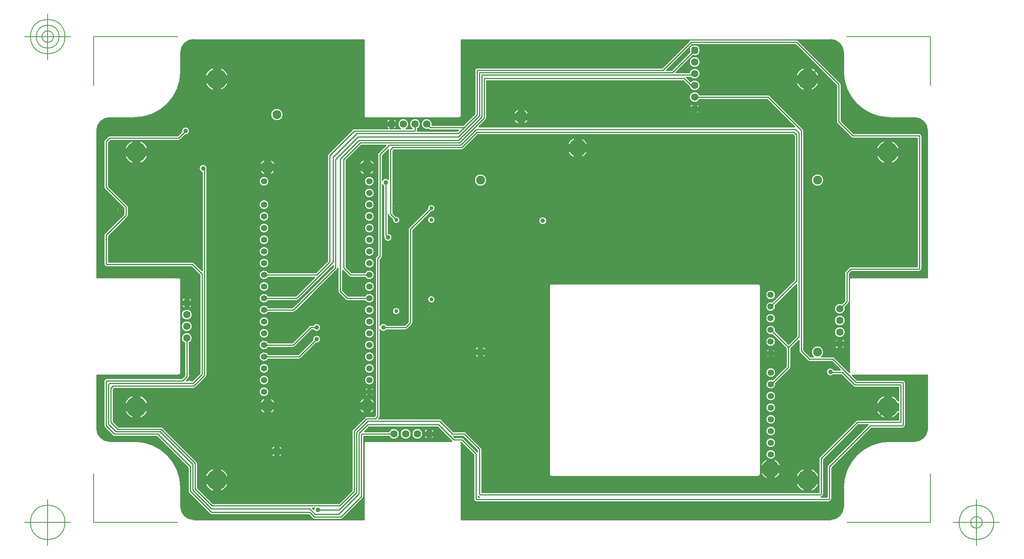
<source format=gbr>
G04 Generated by Ultiboard 14.2 *
%FSLAX24Y24*%
%MOIN*%

%ADD10C,0.0001*%
%ADD11C,0.0100*%
%ADD12C,0.0050*%
%ADD13C,0.0394*%
%ADD14C,0.1750*%
%ADD15C,0.0760*%
%ADD16C,0.0337*%
%ADD17C,0.0633*%
%ADD18R,0.0208X0.0208*%
%ADD19C,0.0392*%
%ADD20C,0.0534*%
%ADD21C,0.1124*%
%ADD22C,0.1518*%
%ADD23C,0.1083*%


G04 ColorRGB 0000FF for the following layer *
%LNCopper Bottom*%
%LPD*%
G54D10*
G36*
X15154Y16461D02*
X15154Y16461D01*
X14639Y16976D01*
X14617Y16999D01*
X-2199Y16999D01*
X-2199Y13800D01*
G75*
D01*
G02X-2258Y13658I-201J0*
G01*
X-2258Y13658D01*
X-2865Y13051D01*
X24136Y13051D01*
X21787Y15399D01*
X16021Y15399D01*
G75*
D01*
G02X16021Y15801I-421J201*
G01*
X16021Y15801D01*
X21871Y15801D01*
G74*
D01*
G02X22013Y15742I0J201*
G01*
X22013Y15742D01*
X24842Y12913D01*
G74*
D01*
G02X24901Y12771I142J142*
G01*
X24901Y12771D01*
X24901Y-6017D01*
X25483Y-6599D01*
X25751Y-6599D01*
G75*
D01*
G02X26449Y-6599I349J399*
G01*
X26449Y-6599D01*
X27400Y-6599D01*
G75*
D01*
G02X27454Y-6607I0J-201*
G01*
G74*
D01*
G02X27542Y-6658I54J193*
G01*
X27542Y-6658D01*
X28809Y-7925D01*
X28809Y0D01*
G75*
D01*
G02X28960Y151I151J0*
G01*
X28960Y151D01*
X35489Y151D01*
X35489Y8000D01*
X35489Y8000D01*
X35489Y8000D01*
X35492Y12725D01*
G75*
D01*
G02X35491Y12737I151J12*
G01*
G74*
D01*
G03X34393Y13835I1098J0*
G01*
G75*
D01*
G02X34381Y13836I0J152*
G01*
X34381Y13836D01*
X32296Y13836D01*
G74*
D01*
G02X32266Y13833I30J151*
G01*
G75*
D01*
G02X28305Y17794I0J3961*
G01*
G74*
D01*
G02X28308Y17824I154J0*
G01*
X28308Y17824D01*
X28308Y19406D01*
G75*
D01*
G02X28308Y19418I151J12*
G01*
G74*
D01*
G03X27209Y20516I1099J0*
G01*
G75*
D01*
G02X27197Y20517I0J152*
G01*
X27197Y20517D01*
X-4349Y20517D01*
X-4349Y13987D01*
G75*
D01*
G02X-4500Y13836I-151J0*
G01*
X-4500Y13836D01*
X-12500Y13836D01*
G75*
D01*
G02X-12651Y13987I0J151*
G01*
X-12651Y13987D01*
X-12651Y20517D01*
X-16896Y20517D01*
X-16896Y20517D01*
X-20500Y20517D01*
X-20500Y20517D01*
X-20500Y20517D01*
X-26345Y20517D01*
X-26345Y20517D01*
X-27197Y20517D01*
G74*
D01*
G02X-27209Y20516I12J151*
G01*
G75*
D01*
G03X-28308Y19418I0J-1098*
G01*
G75*
D01*
G02X-28308Y19406I-151J0*
G01*
X-28308Y19406D01*
X-28308Y17824D01*
G74*
D01*
G02X-28305Y17794I151J30*
G01*
G75*
D01*
G02X-32266Y13833I-3961J0*
G01*
G75*
D01*
G02X-32296Y13836I0J154*
G01*
X-32296Y13836D01*
X-34381Y13836D01*
G74*
D01*
G02X-34393Y13835I12J151*
G01*
G75*
D01*
G03X-35491Y12737I0J-1098*
G01*
G75*
D01*
G02X-35492Y12725I-152J0*
G01*
X-35492Y12725D01*
X-35492Y151D01*
X-28459Y151D01*
G74*
D01*
G02X-28308Y0I0J151*
G01*
X-28308Y0D01*
X-28308Y-8000D01*
G75*
D01*
G02X-28459Y-8151I-151J0*
G01*
X-28459Y-8151D01*
X-35489Y-8151D01*
X-35491Y-11370D01*
X-35491Y-11370D01*
X-35492Y-12725D01*
G74*
D01*
G02X-35491Y-12737I151J12*
G01*
G75*
D01*
G03X-34393Y-13835I1098J0*
G01*
G74*
D01*
G02X-34381Y-13836I0J152*
G01*
X-34381Y-13836D01*
X-32296Y-13836D01*
G75*
D01*
G02X-32266Y-13833I30J-151*
G01*
G74*
D01*
G02X-28305Y-17794I0J3961*
G01*
G75*
D01*
G02X-28308Y-17824I-154J0*
G01*
X-28308Y-17824D01*
X-28308Y-19406D01*
G74*
D01*
G02X-28308Y-19418I151J12*
G01*
G75*
D01*
G03X-27209Y-20516I1099J0*
G01*
G74*
D01*
G02X-27197Y-20517I0J152*
G01*
X-27197Y-20517D01*
X-12651Y-20517D01*
X-12651Y-13988D01*
G75*
D01*
G02X-12500Y-13837I151J0*
G01*
X-12500Y-13837D01*
X-5147Y-13837D01*
X-6383Y-12601D01*
X-12246Y-12601D01*
X-12640Y-12995D01*
X-10518Y-12995D01*
G75*
D01*
G02X-10518Y-13397I422J-201*
G01*
X-10518Y-13397D01*
X-12699Y-13397D01*
X-12699Y-18570D01*
G75*
D01*
G02X-12758Y-18713I-201J-1*
G01*
X-12758Y-18713D01*
X-14487Y-20442D01*
G74*
D01*
G02X-14563Y-20490I142J142*
G01*
G74*
D01*
G02X-14629Y-20501I66J190*
G01*
X-14629Y-20501D01*
X-16900Y-20501D01*
G75*
D01*
G02X-17042Y-20442I0J201*
G01*
X-17042Y-20442D01*
X-17383Y-20101D01*
X-25700Y-20101D01*
G75*
D01*
G02X-25842Y-20042I0J201*
G01*
X-25842Y-20042D01*
X-26345Y-19539D01*
X-27642Y-18242D01*
G75*
D01*
G02X-27701Y-18100I142J142*
G01*
X-27701Y-18100D01*
X-27701Y-16083D01*
X-30383Y-13401D01*
X-34000Y-13401D01*
G75*
D01*
G02X-34018Y-13400I0J201*
G01*
G74*
D01*
G02X-34142Y-13342I18J200*
G01*
X-34142Y-13342D01*
X-34842Y-12642D01*
G75*
D01*
G02X-34901Y-12500I142J142*
G01*
X-34901Y-12500D01*
X-34901Y-8700D01*
G74*
D01*
G02X-34842Y-8558I201J0*
G01*
X-34842Y-8558D01*
X-34792Y-8508D01*
G75*
D01*
G02X-34650Y-8449I142J-142*
G01*
X-34650Y-8449D01*
X-28233Y-8449D01*
X-28001Y-8217D01*
X-28001Y-5421D01*
G75*
D01*
G02X-27599Y-5421I201J421*
G01*
X-27599Y-5421D01*
X-27599Y-8116D01*
G74*
D01*
G02X-27523Y-8076I199J284*
G01*
X-27523Y-8076D01*
X-27523Y-8277D01*
X-27599Y-8277D01*
X-27599Y-8300D01*
G75*
D01*
G02X-27658Y-8442I-201J0*
G01*
X-27658Y-8442D01*
X-27865Y-8649D01*
X-27641Y-8649D01*
G74*
D01*
G02X-27724Y-8523I241J249*
G01*
X-27724Y-8523D01*
X-27523Y-8523D01*
X-27523Y-8649D01*
X-27333Y-8649D01*
X-27277Y-8593D01*
X-27277Y-8523D01*
X-27207Y-8523D01*
X-26701Y-8017D01*
X-26701Y387D01*
X-27413Y1099D01*
X-34670Y1099D01*
G75*
D01*
G02X-34744Y1113I-1J201*
G01*
G74*
D01*
G02X-34813Y1158I73J187*
G01*
X-34813Y1158D01*
X-34842Y1187D01*
G75*
D01*
G02X-34901Y1329I142J142*
G01*
X-34901Y1329D01*
X-34901Y3800D01*
G74*
D01*
G02X-34842Y3942I201J0*
G01*
X-34842Y3942D01*
X-33201Y5583D01*
X-33201Y5624D01*
G74*
D01*
G02X-33377Y5476I299J176*
G01*
X-33377Y5476D01*
X-33377Y5677D01*
X-33201Y5677D01*
X-33201Y5923D01*
X-33377Y5923D01*
X-33377Y6124D01*
G74*
D01*
G02X-33201Y5976I123J324*
G01*
X-33201Y5976D01*
X-33201Y6117D01*
X-34612Y7528D01*
X-34612Y7528D01*
X-34842Y7758D01*
G75*
D01*
G02X-34901Y7900I142J142*
G01*
X-34901Y7900D01*
X-34901Y11800D01*
G74*
D01*
G02X-34842Y11942I201J0*
G01*
X-34842Y11942D01*
X-34542Y12242D01*
G74*
D01*
G02X-34459Y12292I142J142*
G01*
G75*
D01*
G02X-34400Y12301I59J-192*
G01*
X-34400Y12301D01*
X-28583Y12301D01*
X-28242Y12642D01*
G75*
D01*
G02X-27958Y12358I342J58*
G01*
X-27958Y12358D01*
X-28358Y11958D01*
G75*
D01*
G02X-28500Y11899I-142J142*
G01*
X-28500Y11899D01*
X-34317Y11899D01*
X-34499Y11717D01*
X-34499Y7983D01*
X-34043Y7528D01*
X-34043Y7528D01*
X-32858Y6342D01*
G75*
D01*
G02X-32799Y6200I-142J-142*
G01*
X-32799Y6200D01*
X-32799Y5501D01*
G75*
D01*
G02X-32858Y5358I-201J-1*
G01*
X-32858Y5358D01*
X-34499Y3717D01*
X-34499Y1501D01*
X-27329Y1501D01*
G74*
D01*
G02X-27276Y1494I0J201*
G01*
G74*
D01*
G02X-27187Y1442I53J194*
G01*
X-27187Y1442D01*
X-26501Y756D01*
X-26501Y9168D01*
G75*
D01*
G02X-26099Y9328I101J332*
G01*
X-26099Y9328D01*
X-26099Y-8199D01*
G75*
D01*
G02X-26158Y-8342I-201J-1*
G01*
X-26158Y-8342D01*
X-26345Y-8529D01*
X-27058Y-9242D01*
G74*
D01*
G02X-27187Y-9301I142J142*
G01*
G74*
D01*
G02X-27200Y-9301I13J201*
G01*
X-27200Y-9301D01*
X-34017Y-9301D01*
X-34099Y-9383D01*
X-34099Y-12117D01*
X-33617Y-12599D01*
X-30000Y-12599D01*
G75*
D01*
G02X-29858Y-12658I0J-201*
G01*
X-29858Y-12658D01*
X-26958Y-15558D01*
G75*
D01*
G02X-26899Y-15700I-142J-142*
G01*
X-26899Y-15700D01*
X-26899Y-17808D01*
X-25587Y-19120D01*
X-14804Y-19120D01*
X-13701Y-18017D01*
X-13701Y-12971D01*
G74*
D01*
G02X-13642Y-12828I201J0*
G01*
X-13642Y-12828D01*
X-12572Y-11758D01*
G75*
D01*
G02X-12429Y-11699I143J-142*
G01*
X-12429Y-11699D01*
X-11783Y-11699D01*
X-11701Y-11617D01*
X-11701Y1800D01*
G74*
D01*
G02X-11642Y1942I201J0*
G01*
X-11642Y1942D01*
X-11501Y2083D01*
X-11501Y10700D01*
G74*
D01*
G02X-11442Y10842I201J0*
G01*
X-11442Y10842D01*
X-10785Y11499D01*
X-12887Y11499D01*
X-14199Y10187D01*
X-14199Y1083D01*
X-13717Y601D01*
X-12565Y601D01*
G75*
D01*
G02X-12565Y199I365J-201*
G01*
X-12565Y199D01*
X-13800Y199D01*
G75*
D01*
G02X-13831Y201I0J201*
G01*
G74*
D01*
G02X-13942Y258I31J199*
G01*
X-13942Y258D01*
X-14499Y815D01*
X-14499Y-917D01*
X-14017Y-1399D01*
X-12565Y-1399D01*
G75*
D01*
G02X-12565Y-1801I365J-201*
G01*
X-12565Y-1801D01*
X-14100Y-1801D01*
G75*
D01*
G02X-14242Y-1742I0J201*
G01*
X-14242Y-1742D01*
X-14842Y-1142D01*
G75*
D01*
G02X-14901Y-1000I142J142*
G01*
X-14901Y-1000D01*
X-14901Y972D01*
G74*
D01*
G02X-14958Y858I199J28*
G01*
X-14958Y858D01*
X-16896Y-1080D01*
X-17737Y-1921D01*
X-17737Y-1921D01*
X-18558Y-2742D01*
G75*
D01*
G02X-18700Y-2801I-142J142*
G01*
X-18700Y-2801D01*
X-20835Y-2801D01*
G75*
D01*
G02X-20835Y-2399I-365J201*
G01*
X-20835Y-2399D01*
X-18783Y-2399D01*
X-18305Y-1921D01*
X-18305Y-1921D01*
X-16896Y-512D01*
X-16896Y-512D01*
X-15301Y1083D01*
X-15301Y1215D01*
X-16896Y-380D01*
X-16896Y-380D01*
X-18258Y-1742D01*
G75*
D01*
G02X-18400Y-1801I-142J142*
G01*
X-18400Y-1801D01*
X-20835Y-1801D01*
G75*
D01*
G02X-20835Y-1399I-365J201*
G01*
X-20835Y-1399D01*
X-18483Y-1399D01*
X-16896Y188D01*
X-16885Y199D01*
X-20835Y199D01*
G75*
D01*
G02X-20835Y601I-365J201*
G01*
X-20835Y601D01*
X-16783Y601D01*
X-15801Y1583D01*
X-15801Y10600D01*
G74*
D01*
G02X-15742Y10742I201J0*
G01*
X-15742Y10742D01*
X-13642Y12842D01*
G75*
D01*
G02X-13500Y12901I142J-142*
G01*
X-13500Y12901D01*
X-10588Y12901D01*
G74*
D01*
G02X-10747Y13140I184J295*
G01*
X-10747Y13140D01*
X-10460Y13140D01*
X-10460Y12901D01*
X-10140Y12901D01*
X-10140Y13140D01*
X-9853Y13140D01*
G74*
D01*
G02X-10012Y12901I343J56*
G01*
X-10012Y12901D01*
X-9542Y12901D01*
G75*
D01*
G02X-9058Y12901I242J399*
G01*
X-9058Y12901D01*
X-8542Y12901D01*
G75*
D01*
G02X-8099Y12879I242J399*
G01*
X-8099Y12879D01*
X-8099Y12730D01*
G75*
D01*
G02X-8101Y12701I-201J-1*
G01*
X-8101Y12701D01*
X-4683Y12701D01*
X-4585Y12799D01*
X-7000Y12799D01*
G75*
D01*
G02X-7059Y12808I0J201*
G01*
G74*
D01*
G02X-7142Y12858I59J192*
G01*
X-7142Y12858D01*
X-7144Y12860D01*
G75*
D01*
G02X-6844Y13201I-156J440*
G01*
X-6844Y13201D01*
X-4183Y13201D01*
X-3201Y14183D01*
X-3201Y17871D01*
G74*
D01*
G02X-3142Y18013I201J0*
G01*
X-3142Y18013D01*
X-3113Y18042D01*
G74*
D01*
G02X-3021Y18094I142J142*
G01*
G75*
D01*
G02X-2970Y18101I50J-194*
G01*
X-2970Y18101D01*
X12817Y18101D01*
X15158Y20442D01*
G75*
D01*
G02X15300Y20501I142J-142*
G01*
X15300Y20501D01*
X24300Y20501D01*
G74*
D01*
G02X24442Y20442I0J201*
G01*
X24442Y20442D01*
X27908Y16976D01*
X27908Y16976D01*
X28042Y16842D01*
G74*
D01*
G02X28101Y16700I142J142*
G01*
X28101Y16700D01*
X28101Y13583D01*
X29183Y12501D01*
X34771Y12501D01*
G74*
D01*
G02X34913Y12442I0J201*
G01*
X34913Y12442D01*
X34942Y12413D01*
G74*
D01*
G02X35001Y12271I142J142*
G01*
X35001Y12271D01*
X35001Y929D01*
G75*
D01*
G02X34942Y787I-201J0*
G01*
X34942Y787D01*
X34913Y758D01*
G74*
D01*
G02X34821Y706I142J142*
G01*
G75*
D01*
G02X34770Y699I-50J194*
G01*
X34770Y699D01*
X29013Y699D01*
X28801Y487D01*
X28801Y-1900D01*
G75*
D01*
G02X28742Y-2042I-201J0*
G01*
X28742Y-2042D01*
X28440Y-2344D01*
G75*
D01*
G02X28156Y-2060I-440J-156*
G01*
X28156Y-2060D01*
X28295Y-1921D01*
X28295Y-1921D01*
X28399Y-1817D01*
X28399Y570D01*
G75*
D01*
G02X28458Y713I201J1*
G01*
X28458Y713D01*
X28787Y1042D01*
G74*
D01*
G02X28882Y1095I142J142*
G01*
G75*
D01*
G02X28929Y1101I47J-195*
G01*
X28929Y1101D01*
X34599Y1101D01*
X34599Y12099D01*
X29100Y12099D01*
G75*
D01*
G02X28958Y12158I0J201*
G01*
X28958Y12158D01*
X27758Y13358D01*
G75*
D01*
G02X27699Y13500I142J142*
G01*
X27699Y13500D01*
X27699Y16617D01*
X27339Y16976D01*
X24217Y20099D01*
X15383Y20099D01*
X13185Y17901D01*
X13617Y17901D01*
X15153Y19437D01*
G75*
D01*
G02X15148Y19496I343J59*
G01*
X15148Y19496D01*
X15148Y19704D01*
G75*
D01*
G02X15496Y20052I348J0*
G01*
X15496Y20052D01*
X15704Y20052D01*
G74*
D01*
G02X16052Y19704I0J348*
G01*
X16052Y19704D01*
X16052Y19496D01*
G75*
D01*
G02X15704Y19148I-348J0*
G01*
X15704Y19148D01*
X15496Y19148D01*
G75*
D01*
G02X15437Y19153I0J348*
G01*
X15437Y19153D01*
X13985Y17701D01*
X15144Y17701D01*
G75*
D01*
G02X15243Y17299I456J-101*
G01*
X15243Y17299D01*
X14885Y17299D01*
X15208Y16976D01*
X15262Y16922D01*
G75*
D01*
G02X15154Y16461I338J-322*
G01*
D02*
G37*
%LPC*%
G36*
X25788Y16840D02*
X25788Y16840D01*
X26220Y16840D01*
G74*
D01*
G02X25540Y16160I980J300*
G01*
X25540Y16160D01*
X25540Y16592D01*
G75*
D01*
G02X24940Y16592I-300J548*
G01*
X24940Y16592D01*
X24940Y16160D01*
G74*
D01*
G02X24260Y16840I300J980*
G01*
X24260Y16840D01*
X24692Y16840D01*
G75*
D01*
G02X24692Y17440I548J300*
G01*
X24692Y17440D01*
X24260Y17440D01*
G74*
D01*
G02X24940Y18120I980J300*
G01*
X24940Y18120D01*
X24940Y17688D01*
G75*
D01*
G02X25540Y17688I300J-548*
G01*
X25540Y17688D01*
X25540Y18120D01*
G74*
D01*
G02X26220Y17440I300J980*
G01*
X26220Y17440D01*
X25788Y17440D01*
G75*
D01*
G02X25788Y16840I-548J-300*
G01*
D02*
G37*
G36*
X-11803Y7528D02*
G75*
D01*
G02X-11803Y7528I-397J-128*
G01*
D02*
G37*
G36*
X-7543Y-13357D02*
X-7543Y-13357D01*
X-7257Y-13357D01*
X-7257Y-13643D01*
G74*
D01*
G02X-7543Y-13357I57J342*
G01*
D02*
G37*
G36*
X-7543Y-13036D02*
G74*
D01*
G02X-7257Y-12749I343J56*
G01*
X-7257Y-12749D01*
X-7257Y-13036D01*
X-7543Y-13036D01*
D02*
G37*
G36*
X-20647Y-11466D02*
X-20647Y-11466D01*
X-20647Y-11222D01*
G75*
D01*
G02X-21153Y-11222I-253J422*
G01*
X-21153Y-11222D01*
X-21153Y-11466D01*
G74*
D01*
G02X-21566Y-11053I253J666*
G01*
X-21566Y-11053D01*
X-21322Y-11053D01*
G75*
D01*
G02X-21322Y-10547I422J253*
G01*
X-21322Y-10547D01*
X-21566Y-10547D01*
G74*
D01*
G02X-21153Y-10134I666J253*
G01*
X-21153Y-10134D01*
X-21153Y-10378D01*
G75*
D01*
G02X-20647Y-10378I253J-422*
G01*
X-20647Y-10378D01*
X-20647Y-10134D01*
G74*
D01*
G02X-20234Y-10547I253J666*
G01*
X-20234Y-10547D01*
X-20478Y-10547D01*
G75*
D01*
G02X-20478Y-11053I-422J-253*
G01*
X-20478Y-11053D01*
X-20234Y-11053D01*
G74*
D01*
G02X-20647Y-11466I666J253*
G01*
D02*
G37*
G36*
X-33090Y-11190D02*
X-33090Y-11190D01*
X-32658Y-11190D01*
G75*
D01*
G02X-32658Y-10590I548J300*
G01*
X-32658Y-10590D01*
X-33090Y-10590D01*
G74*
D01*
G02X-32410Y-9910I980J300*
G01*
X-32410Y-9910D01*
X-32410Y-10342D01*
G75*
D01*
G02X-31810Y-10342I300J-548*
G01*
X-31810Y-10342D01*
X-31810Y-9910D01*
G74*
D01*
G02X-31130Y-10590I300J980*
G01*
X-31130Y-10590D01*
X-31562Y-10590D01*
G75*
D01*
G02X-31562Y-11190I-548J-300*
G01*
X-31562Y-11190D01*
X-31130Y-11190D01*
G74*
D01*
G02X-31810Y-11870I980J300*
G01*
X-31810Y-11870D01*
X-31810Y-11438D01*
G75*
D01*
G02X-32410Y-11438I-300J548*
G01*
X-32410Y-11438D01*
X-32410Y-11870D01*
G74*
D01*
G02X-33090Y-11190I300J980*
G01*
D02*
G37*
G36*
X-16983Y-3899D02*
G75*
D01*
G02X-16983Y-4301I283J-201*
G01*
X-16983Y-4301D01*
X-17117Y-4301D01*
X-18558Y-5742D01*
G74*
D01*
G02X-18630Y-5788I142J142*
G01*
G74*
D01*
G02X-18700Y-5801I70J188*
G01*
X-18700Y-5801D01*
X-20835Y-5801D01*
G75*
D01*
G02X-20835Y-5399I-365J201*
G01*
X-20835Y-5399D01*
X-18783Y-5399D01*
X-17342Y-3958D01*
G74*
D01*
G02X-17221Y-3900I142J142*
G01*
G75*
D01*
G02X-17200Y-3899I21J-200*
G01*
X-17200Y-3899D01*
X-16983Y-3899D01*
D02*
G37*
G36*
X-12147Y-11466D02*
X-12147Y-11466D01*
X-12147Y-11222D01*
G75*
D01*
G02X-12653Y-11222I-253J422*
G01*
X-12653Y-11222D01*
X-12653Y-11466D01*
G74*
D01*
G02X-13066Y-11053I253J666*
G01*
X-13066Y-11053D01*
X-12822Y-11053D01*
G75*
D01*
G02X-12822Y-10547I422J253*
G01*
X-12822Y-10547D01*
X-13066Y-10547D01*
G74*
D01*
G02X-12653Y-10134I666J253*
G01*
X-12653Y-10134D01*
X-12653Y-10378D01*
G75*
D01*
G02X-12147Y-10378I253J-422*
G01*
X-12147Y-10378D01*
X-12147Y-10134D01*
G74*
D01*
G02X-11734Y-10547I253J666*
G01*
X-11734Y-10547D01*
X-11978Y-10547D01*
G75*
D01*
G02X-11978Y-11053I-422J-253*
G01*
X-11978Y-11053D01*
X-11734Y-11053D01*
G74*
D01*
G02X-12147Y-11466I666J253*
G01*
D02*
G37*
G36*
X-18058Y-6742D02*
G74*
D01*
G02X-18130Y-6788I142J142*
G01*
G74*
D01*
G02X-18200Y-6801I70J188*
G01*
X-18200Y-6801D01*
X-20835Y-6801D01*
G75*
D01*
G02X-20835Y-6399I-365J201*
G01*
X-20835Y-6399D01*
X-18283Y-6399D01*
X-17042Y-5158D01*
G75*
D01*
G02X-16758Y-5442I342J58*
G01*
X-16758Y-5442D01*
X-16896Y-5580D01*
X-16896Y-5580D01*
X-18058Y-6742D01*
D02*
G37*
G36*
X-25788Y16840D02*
G75*
D01*
G02X-25788Y17440I548J300*
G01*
X-25788Y17440D01*
X-26220Y17440D01*
G74*
D01*
G02X-25540Y18120I980J300*
G01*
X-25540Y18120D01*
X-25540Y17688D01*
G75*
D01*
G02X-24940Y17688I300J-548*
G01*
X-24940Y17688D01*
X-24940Y18120D01*
G74*
D01*
G02X-24260Y17440I300J980*
G01*
X-24260Y17440D01*
X-24692Y17440D01*
G75*
D01*
G02X-24692Y16840I-548J-300*
G01*
X-24692Y16840D01*
X-24260Y16840D01*
G74*
D01*
G02X-24940Y16160I980J300*
G01*
X-24940Y16160D01*
X-24940Y16592D01*
G75*
D01*
G02X-25540Y16592I-300J548*
G01*
X-25540Y16592D01*
X-25540Y16160D01*
G74*
D01*
G02X-26220Y16840I300J980*
G01*
X-26220Y16840D01*
X-25788Y16840D01*
D02*
G37*
G36*
X-27621Y-1921D02*
G75*
D01*
G02X-27621Y-1921I-179J-79*
G01*
D02*
G37*
G36*
X-21597Y7528D02*
G75*
D01*
G02X-21597Y7528I397J-128*
G01*
D02*
G37*
G36*
X-7292Y-13196D02*
G75*
D01*
G02X-7292Y-13196I196J0*
G01*
D02*
G37*
G36*
X-6936Y-13643D02*
X-6936Y-13643D01*
X-6936Y-13357D01*
X-6649Y-13357D01*
G74*
D01*
G02X-6936Y-13643I343J56*
G01*
D02*
G37*
G36*
X-6649Y-13036D02*
X-6649Y-13036D01*
X-6936Y-13036D01*
X-6936Y-12749D01*
G74*
D01*
G02X-6649Y-13036I56J343*
G01*
D02*
G37*
G36*
X-11978Y9853D02*
G75*
D01*
G02X-11978Y9347I-422J-253*
G01*
X-11978Y9347D01*
X-11734Y9347D01*
G74*
D01*
G02X-12147Y8934I666J253*
G01*
X-12147Y8934D01*
X-12147Y9178D01*
G75*
D01*
G02X-12653Y9178I-253J422*
G01*
X-12653Y9178D01*
X-12653Y8934D01*
G74*
D01*
G02X-13066Y9347I253J666*
G01*
X-13066Y9347D01*
X-12822Y9347D01*
G75*
D01*
G02X-12822Y9853I422J253*
G01*
X-12822Y9853D01*
X-13066Y9853D01*
G74*
D01*
G02X-12653Y10266I666J253*
G01*
X-12653Y10266D01*
X-12653Y10022D01*
G75*
D01*
G02X-12147Y10022I253J-422*
G01*
X-12147Y10022D01*
X-12147Y10266D01*
G74*
D01*
G02X-11734Y9853I253J666*
G01*
X-11734Y9853D01*
X-11978Y9853D01*
D02*
G37*
G36*
X-12617Y8400D02*
G75*
D01*
G02X-12617Y8400I417J0*
G01*
D02*
G37*
G36*
X1113Y14174D02*
G75*
D01*
G02X1113Y13684I-340J-245*
G01*
X1113Y13684D01*
X1420Y13684D01*
G74*
D01*
G02X1018Y13283I647J245*
G01*
X1018Y13283D01*
X1018Y13589D01*
G75*
D01*
G02X528Y13589I-245J340*
G01*
X528Y13589D01*
X528Y13283D01*
G74*
D01*
G02X127Y13684I245J646*
G01*
X127Y13684D01*
X433Y13684D01*
G75*
D01*
G02X433Y14174I340J245*
G01*
X433Y14174D01*
X127Y14174D01*
G74*
D01*
G02X528Y14576I646J245*
G01*
X528Y14576D01*
X528Y14269D01*
G75*
D01*
G02X1018Y14269I245J-340*
G01*
X1018Y14269D01*
X1018Y14576D01*
G74*
D01*
G02X1420Y14174I245J647*
G01*
X1420Y14174D01*
X1113Y14174D01*
D02*
G37*
G36*
X32658Y11190D02*
G75*
D01*
G02X32658Y10590I-548J-300*
G01*
X32658Y10590D01*
X33090Y10590D01*
G74*
D01*
G02X32410Y9910I980J300*
G01*
X32410Y9910D01*
X32410Y10342D01*
G75*
D01*
G02X31810Y10342I-300J548*
G01*
X31810Y10342D01*
X31810Y9910D01*
G74*
D01*
G02X31130Y10590I300J980*
G01*
X31130Y10590D01*
X31562Y10590D01*
G75*
D01*
G02X31562Y11190I548J300*
G01*
X31562Y11190D01*
X31130Y11190D01*
G74*
D01*
G02X31810Y11870I980J300*
G01*
X31810Y11870D01*
X31810Y11438D01*
G75*
D01*
G02X32410Y11438I300J-548*
G01*
X32410Y11438D01*
X32410Y11870D01*
G74*
D01*
G02X33090Y11190I300J980*
G01*
X33090Y11190D01*
X32658Y11190D01*
D02*
G37*
G36*
X27553Y-5660D02*
X27553Y-5660D01*
X27840Y-5660D01*
X27840Y-5947D01*
G74*
D01*
G02X27553Y-5660I56J343*
G01*
D02*
G37*
G36*
X28160Y-5947D02*
X28160Y-5947D01*
X28160Y-5660D01*
X28447Y-5660D01*
G74*
D01*
G02X28160Y-5947I343J56*
G01*
D02*
G37*
G36*
X27804Y-5500D02*
G75*
D01*
G02X27804Y-5500I196J0*
G01*
D02*
G37*
G36*
X27840Y-5053D02*
X27840Y-5053D01*
X27840Y-5340D01*
X27553Y-5340D01*
G74*
D01*
G02X27840Y-5053I343J56*
G01*
D02*
G37*
G36*
X27533Y-4500D02*
G75*
D01*
G02X27533Y-4500I467J0*
G01*
D02*
G37*
G36*
X28447Y-5340D02*
X28447Y-5340D01*
X28160Y-5340D01*
X28160Y-5053D01*
G74*
D01*
G02X28447Y-5340I56J343*
G01*
D02*
G37*
G36*
X27533Y-3500D02*
G75*
D01*
G02X27533Y-3500I467J0*
G01*
D02*
G37*
G36*
X15133Y18600D02*
G75*
D01*
G02X15133Y18600I467J0*
G01*
D02*
G37*
G36*
X-12617Y-600D02*
G75*
D01*
G02X-12617Y-600I417J0*
G01*
D02*
G37*
G36*
X-12617Y1400D02*
G75*
D01*
G02X-12617Y1400I417J0*
G01*
D02*
G37*
G36*
X-12617Y2400D02*
G75*
D01*
G02X-12617Y2400I417J0*
G01*
D02*
G37*
G36*
X-12617Y3400D02*
G75*
D01*
G02X-12617Y3400I417J0*
G01*
D02*
G37*
G36*
X-12617Y4400D02*
G75*
D01*
G02X-12617Y4400I417J0*
G01*
D02*
G37*
G36*
X-12617Y5400D02*
G75*
D01*
G02X-12617Y5400I417J0*
G01*
D02*
G37*
G36*
X-12617Y6400D02*
G75*
D01*
G02X-12617Y6400I417J0*
G01*
D02*
G37*
G36*
X15435Y14164D02*
G74*
D01*
G02X15164Y14435I165J436*
G01*
X15164Y14435D01*
X15435Y14435D01*
X15435Y14164D01*
D02*
G37*
G36*
X16036Y14435D02*
G74*
D01*
G02X15765Y14164I436J165*
G01*
X15765Y14164D01*
X15765Y14435D01*
X16036Y14435D01*
D02*
G37*
G36*
X15164Y14765D02*
G74*
D01*
G02X15435Y15036I436J165*
G01*
X15435Y15036D01*
X15435Y14765D01*
X15164Y14765D01*
D02*
G37*
G36*
X15425Y14600D02*
G75*
D01*
G02X15425Y14600I175J0*
G01*
D02*
G37*
G36*
X15765Y15036D02*
G74*
D01*
G02X16036Y14765I165J436*
G01*
X16036Y14765D01*
X15765Y14765D01*
X15765Y15036D01*
D02*
G37*
G36*
X-12590Y-9452D02*
G74*
D01*
G02X-12348Y-9210I390J148*
G01*
X-12348Y-9210D01*
X-12348Y-9452D01*
X-12590Y-9452D01*
D02*
G37*
G36*
X-12052Y-9210D02*
G74*
D01*
G02X-11810Y-9452I148J390*
G01*
X-11810Y-9452D01*
X-12052Y-9452D01*
X-12052Y-9210D01*
D02*
G37*
G36*
X-11810Y-9748D02*
G74*
D01*
G02X-12052Y-9990I390J148*
G01*
X-12052Y-9990D01*
X-12052Y-9748D01*
X-11810Y-9748D01*
D02*
G37*
G36*
X-12397Y-9600D02*
G75*
D01*
G02X-12397Y-9600I197J0*
G01*
D02*
G37*
G36*
X-12348Y-9990D02*
G74*
D01*
G02X-12590Y-9748I148J390*
G01*
X-12590Y-9748D01*
X-12348Y-9748D01*
X-12348Y-9990D01*
D02*
G37*
G36*
X-12617Y-8600D02*
G75*
D01*
G02X-12617Y-8600I417J0*
G01*
D02*
G37*
G36*
X-12617Y-7600D02*
G75*
D01*
G02X-12617Y-7600I417J0*
G01*
D02*
G37*
G36*
X-12617Y-6600D02*
G75*
D01*
G02X-12617Y-6600I417J0*
G01*
D02*
G37*
G36*
X-12617Y-5600D02*
G75*
D01*
G02X-12617Y-5600I417J0*
G01*
D02*
G37*
G36*
X-12617Y-4600D02*
G75*
D01*
G02X-12617Y-4600I417J0*
G01*
D02*
G37*
G36*
X-12617Y-3600D02*
G75*
D01*
G02X-12617Y-3600I417J0*
G01*
D02*
G37*
G36*
X-12617Y-2600D02*
G75*
D01*
G02X-12617Y-2600I417J0*
G01*
D02*
G37*
G36*
X-24692Y-16840D02*
G75*
D01*
G02X-24692Y-17440I-548J-300*
G01*
X-24692Y-17440D01*
X-24260Y-17440D01*
G74*
D01*
G02X-24940Y-18120I980J300*
G01*
X-24940Y-18120D01*
X-24940Y-17688D01*
G75*
D01*
G02X-25540Y-17688I-300J548*
G01*
X-25540Y-17688D01*
X-25540Y-18120D01*
G74*
D01*
G02X-26220Y-17440I300J980*
G01*
X-26220Y-17440D01*
X-25788Y-17440D01*
G75*
D01*
G02X-25788Y-16840I548J300*
G01*
X-25788Y-16840D01*
X-26220Y-16840D01*
G74*
D01*
G02X-25540Y-16160I980J300*
G01*
X-25540Y-16160D01*
X-25540Y-16592D01*
G75*
D01*
G02X-24940Y-16592I300J-548*
G01*
X-24940Y-16592D01*
X-24940Y-16160D01*
G74*
D01*
G02X-24260Y-16840I300J980*
G01*
X-24260Y-16840D01*
X-24692Y-16840D01*
D02*
G37*
G36*
X-19853Y-14512D02*
G75*
D01*
G02X-19853Y-14888I-247J-188*
G01*
X-19853Y-14888D01*
X-19604Y-14888D01*
G74*
D01*
G02X-19912Y-15196I496J188*
G01*
X-19912Y-15196D01*
X-19912Y-14947D01*
G75*
D01*
G02X-20288Y-14947I-188J247*
G01*
X-20288Y-14947D01*
X-20288Y-15196D01*
G74*
D01*
G02X-20596Y-14888I188J496*
G01*
X-20596Y-14888D01*
X-20347Y-14888D01*
G75*
D01*
G02X-20347Y-14512I247J188*
G01*
X-20347Y-14512D01*
X-20596Y-14512D01*
G74*
D01*
G02X-20288Y-14204I496J188*
G01*
X-20288Y-14204D01*
X-20288Y-14453D01*
G75*
D01*
G02X-19912Y-14453I188J-247*
G01*
X-19912Y-14453D01*
X-19912Y-14204D01*
G74*
D01*
G02X-19604Y-14512I188J496*
G01*
X-19604Y-14512D01*
X-19853Y-14512D01*
D02*
G37*
G36*
X-9563Y-13196D02*
G75*
D01*
G02X-9563Y-13196I467J0*
G01*
D02*
G37*
G36*
X-8563Y-13196D02*
G75*
D01*
G02X-8563Y-13196I467J0*
G01*
D02*
G37*
G36*
X-27277Y-8076D02*
G74*
D01*
G02X-27076Y-8277I123J324*
G01*
X-27076Y-8277D01*
X-27277Y-8277D01*
X-27277Y-8076D01*
D02*
G37*
G36*
X-27518Y-8400D02*
G75*
D01*
G02X-27518Y-8400I118J0*
G01*
D02*
G37*
G36*
X-28267Y-4000D02*
G75*
D01*
G02X-28267Y-4000I467J0*
G01*
D02*
G37*
G36*
X-28267Y-3000D02*
G75*
D01*
G02X-28267Y-3000I467J0*
G01*
D02*
G37*
G36*
X-28247Y-2160D02*
X-28247Y-2160D01*
X-27960Y-2160D01*
X-27960Y-2447D01*
G74*
D01*
G02X-28247Y-2160I56J343*
G01*
D02*
G37*
G36*
X-27640Y-2447D02*
X-27640Y-2447D01*
X-27640Y-2160D01*
X-27353Y-2160D01*
G74*
D01*
G02X-27640Y-2447I343J56*
G01*
D02*
G37*
G36*
X-33618Y5800D02*
G75*
D01*
G02X-33618Y5800I118J0*
G01*
D02*
G37*
G36*
X-27960Y-1553D02*
X-27960Y-1553D01*
X-27960Y-1840D01*
X-28247Y-1840D01*
G74*
D01*
G02X-27960Y-1553I343J56*
G01*
D02*
G37*
G36*
X-27353Y-1840D02*
X-27353Y-1840D01*
X-27640Y-1840D01*
X-27640Y-1553D01*
G74*
D01*
G02X-27353Y-1840I56J343*
G01*
D02*
G37*
G36*
X-33824Y5923D02*
G74*
D01*
G02X-33623Y6124I324J123*
G01*
X-33623Y6124D01*
X-33623Y5923D01*
X-33824Y5923D01*
D02*
G37*
G36*
X-33623Y5476D02*
G74*
D01*
G02X-33824Y5677I123J324*
G01*
X-33824Y5677D01*
X-33623Y5677D01*
X-33623Y5476D01*
D02*
G37*
G36*
X-31562Y11190D02*
G75*
D01*
G02X-31562Y10590I-548J-300*
G01*
X-31562Y10590D01*
X-31130Y10590D01*
G74*
D01*
G02X-31810Y9910I980J300*
G01*
X-31810Y9910D01*
X-31810Y10342D01*
G75*
D01*
G02X-32410Y10342I-300J548*
G01*
X-32410Y10342D01*
X-32410Y9910D01*
G74*
D01*
G02X-33090Y10590I300J980*
G01*
X-33090Y10590D01*
X-32658Y10590D01*
G75*
D01*
G02X-32658Y11190I548J300*
G01*
X-32658Y11190D01*
X-33090Y11190D01*
G74*
D01*
G02X-32410Y11870I980J300*
G01*
X-32410Y11870D01*
X-32410Y11438D01*
G75*
D01*
G02X-31810Y11438I300J-548*
G01*
X-31810Y11438D01*
X-31810Y11870D01*
G74*
D01*
G02X-31130Y11190I300J980*
G01*
X-31130Y11190D01*
X-31562Y11190D01*
D02*
G37*
G36*
X-21617Y-600D02*
G75*
D01*
G02X-21617Y-600I417J0*
G01*
D02*
G37*
G36*
X-21617Y1400D02*
G75*
D01*
G02X-21617Y1400I417J0*
G01*
D02*
G37*
G36*
X-21617Y2400D02*
G75*
D01*
G02X-21617Y2400I417J0*
G01*
D02*
G37*
G36*
X-21617Y3400D02*
G75*
D01*
G02X-21617Y3400I417J0*
G01*
D02*
G37*
G36*
X-21617Y4400D02*
G75*
D01*
G02X-21617Y4400I417J0*
G01*
D02*
G37*
G36*
X-21617Y5400D02*
G75*
D01*
G02X-21617Y5400I417J0*
G01*
D02*
G37*
G36*
X-21617Y6400D02*
G75*
D01*
G02X-21617Y6400I417J0*
G01*
D02*
G37*
G36*
X25570Y8500D02*
G75*
D01*
G02X25570Y8500I530J0*
G01*
D02*
G37*
G36*
X-21617Y-9600D02*
G75*
D01*
G02X-21617Y-9600I417J0*
G01*
D02*
G37*
G36*
X-21617Y-8600D02*
G75*
D01*
G02X-21617Y-8600I417J0*
G01*
D02*
G37*
G36*
X-21617Y-7600D02*
G75*
D01*
G02X-21617Y-7600I417J0*
G01*
D02*
G37*
G36*
X-21617Y-4600D02*
G75*
D01*
G02X-21617Y-4600I417J0*
G01*
D02*
G37*
G36*
X-21617Y-3600D02*
G75*
D01*
G02X-21617Y-3600I417J0*
G01*
D02*
G37*
G36*
X-9853Y13460D02*
X-9853Y13460D01*
X-10140Y13460D01*
X-10140Y13747D01*
G74*
D01*
G02X-9853Y13460I56J343*
G01*
D02*
G37*
G36*
X-10496Y13300D02*
G75*
D01*
G02X-10496Y13300I196J0*
G01*
D02*
G37*
G36*
X-10460Y13747D02*
X-10460Y13747D01*
X-10460Y13460D01*
X-10747Y13460D01*
G74*
D01*
G02X-10460Y13747I343J56*
G01*
D02*
G37*
G36*
X-21617Y8400D02*
G75*
D01*
G02X-21617Y8400I417J0*
G01*
D02*
G37*
G36*
X-20478Y9853D02*
G75*
D01*
G02X-20478Y9347I-422J-253*
G01*
X-20478Y9347D01*
X-20234Y9347D01*
G74*
D01*
G02X-20647Y8934I666J253*
G01*
X-20647Y8934D01*
X-20647Y9178D01*
G75*
D01*
G02X-21153Y9178I-253J422*
G01*
X-21153Y9178D01*
X-21153Y8934D01*
G74*
D01*
G02X-21566Y9347I253J666*
G01*
X-21566Y9347D01*
X-21322Y9347D01*
G75*
D01*
G02X-21322Y9853I422J253*
G01*
X-21322Y9853D01*
X-21566Y9853D01*
G74*
D01*
G02X-21153Y10266I666J253*
G01*
X-21153Y10266D01*
X-21153Y10022D01*
G75*
D01*
G02X-20647Y10022I253J-422*
G01*
X-20647Y10022D01*
X-20647Y10266D01*
G74*
D01*
G02X-20234Y9853I253J666*
G01*
X-20234Y9853D01*
X-20478Y9853D01*
D02*
G37*
G36*
X-20630Y14100D02*
G75*
D01*
G02X-20630Y14100I530J0*
G01*
D02*
G37*
%LPD*%
G36*
X-11001Y3800D02*
X-11001Y3800D01*
X-11001Y8017D01*
G74*
D01*
G02X-11099Y8124I201J283*
G01*
X-11099Y8124D01*
X-11099Y2000D01*
G75*
D01*
G02X-11158Y1858I-201J0*
G01*
X-11158Y1858D01*
X-11299Y1717D01*
X-11299Y-3924D01*
G75*
D01*
G02X-10717Y-3899I299J-176*
G01*
X-10717Y-3899D01*
X-9183Y-3899D01*
X-8901Y-3617D01*
X-8901Y4300D01*
G74*
D01*
G02X-8842Y4442I201J0*
G01*
X-8842Y4442D01*
X-7447Y5837D01*
X-7217Y6067D01*
G75*
D01*
G02X-6933Y5783I317J33*
G01*
X-6933Y5783D01*
X-7447Y5268D01*
X-8499Y4217D01*
X-8499Y-3700D01*
G75*
D01*
G02X-8558Y-3842I-201J0*
G01*
X-8558Y-3842D01*
X-8958Y-4242D01*
G74*
D01*
G02X-9050Y-4295I142J142*
G01*
G74*
D01*
G02X-9100Y-4301I50J195*
G01*
X-9100Y-4301D01*
X-10717Y-4301D01*
G75*
D01*
G02X-11299Y-4276I-283J201*
G01*
X-11299Y-4276D01*
X-11299Y-11700D01*
G75*
D01*
G02X-11358Y-11842I-201J0*
G01*
X-11358Y-11842D01*
X-11415Y-11899D01*
X-6200Y-11899D01*
G75*
D01*
G02X-6058Y-11958I0J-201*
G01*
X-6058Y-11958D01*
X-5017Y-12999D01*
X-4100Y-12999D01*
G75*
D01*
G02X-3958Y-13058I0J-201*
G01*
X-3958Y-13058D01*
X-2643Y-14373D01*
G75*
D01*
G02X-2584Y-14515I-142J-142*
G01*
X-2584Y-14515D01*
X-2584Y-18199D01*
X26199Y-18199D01*
X26199Y-17502D01*
G74*
D01*
G02X25540Y-18120I959J362*
G01*
X25540Y-18120D01*
X25540Y-17688D01*
G75*
D01*
G02X24940Y-17688I-300J548*
G01*
X24940Y-17688D01*
X24940Y-18120D01*
G74*
D01*
G02X24260Y-17440I300J980*
G01*
X24260Y-17440D01*
X24692Y-17440D01*
G75*
D01*
G02X24692Y-16840I548J300*
G01*
X24692Y-16840D01*
X24260Y-16840D01*
G74*
D01*
G02X24940Y-16160I980J300*
G01*
X24940Y-16160D01*
X24940Y-16592D01*
G75*
D01*
G02X25540Y-16592I300J-548*
G01*
X25540Y-16592D01*
X25540Y-16160D01*
G74*
D01*
G02X26199Y-16778I300J980*
G01*
X26199Y-16778D01*
X26199Y-15300D01*
G75*
D01*
G02X26258Y-15158I201J0*
G01*
X26258Y-15158D01*
X29358Y-12058D01*
G75*
D01*
G02X29500Y-11999I142J-142*
G01*
X29500Y-11999D01*
X32999Y-11999D01*
X32999Y-11400D01*
G74*
D01*
G02X32410Y-11870I889J510*
G01*
X32410Y-11870D01*
X32410Y-11438D01*
G75*
D01*
G02X31810Y-11438I-300J548*
G01*
X31810Y-11438D01*
X31810Y-11870D01*
G74*
D01*
G02X31130Y-11190I300J980*
G01*
X31130Y-11190D01*
X31562Y-11190D01*
G75*
D01*
G02X31562Y-10590I548J300*
G01*
X31562Y-10590D01*
X31130Y-10590D01*
G74*
D01*
G02X31810Y-9910I980J300*
G01*
X31810Y-9910D01*
X31810Y-10342D01*
G75*
D01*
G02X32410Y-10342I300J-548*
G01*
X32410Y-10342D01*
X32410Y-9910D01*
G74*
D01*
G02X32999Y-10380I300J980*
G01*
X32999Y-10380D01*
X32999Y-9201D01*
X29271Y-9201D01*
G75*
D01*
G02X29209Y-9191I0J201*
G01*
G74*
D01*
G02X29129Y-9142I62J191*
G01*
X29129Y-9142D01*
X28117Y-8130D01*
X27459Y-8130D01*
G75*
D01*
G02X27501Y-7728I-259J230*
G01*
X27501Y-7728D01*
X28044Y-7728D01*
X27317Y-7001D01*
X25400Y-7001D01*
G75*
D01*
G02X25329Y-6988I0J201*
G01*
G74*
D01*
G02X25258Y-6942I71J188*
G01*
X25258Y-6942D01*
X24558Y-6242D01*
G75*
D01*
G02X24499Y-6100I142J142*
G01*
X24499Y-6100D01*
X24499Y-5185D01*
X23801Y-5883D01*
X23801Y-7500D01*
G75*
D01*
G02X23742Y-7642I-201J0*
G01*
X23742Y-7642D01*
X22509Y-8875D01*
G75*
D01*
G02X22250Y-8566I-409J-80*
G01*
X22250Y-8566D01*
X23399Y-7417D01*
X23399Y-5883D01*
X22225Y-4709D01*
G75*
D01*
G02X22497Y-4413I-133J395*
G01*
X22497Y-4413D01*
X23600Y-5516D01*
X24299Y-4817D01*
X24299Y-391D01*
X22769Y-1921D01*
X22769Y-1921D01*
X22492Y-2197D01*
G75*
D01*
G02X22208Y-1913I-400J-117*
G01*
X22208Y-1913D01*
X24099Y-22D01*
X24099Y12287D01*
X23987Y12399D01*
X-2917Y12399D01*
X-4158Y11158D01*
G74*
D01*
G02X-4243Y11107I142J142*
G01*
G74*
D01*
G02X-4300Y11099I57J193*
G01*
X-4300Y11099D01*
X-10117Y11099D01*
X-10199Y11017D01*
X-10199Y5683D01*
X-9933Y5417D01*
G75*
D01*
G02X-10217Y5133I33J-317*
G01*
X-10217Y5133D01*
X-10542Y5458D01*
G74*
D01*
G02X-10599Y5572I142J142*
G01*
X-10599Y5572D01*
X-10599Y3947D01*
G75*
D01*
G02X-10942Y3658I-1J-347*
G01*
G75*
D01*
G02X-11001Y3800I142J142*
G01*
D02*
G37*
%LPC*%
G36*
X-10129Y-1921D02*
G75*
D01*
G02X-10129Y-1921I229J221*
G01*
D02*
G37*
G36*
X3191Y-16671D02*
X3191Y-16671D01*
X3191Y-529D01*
G75*
D01*
G02X3342Y-378I151J0*
G01*
X3342Y-378D01*
X21058Y-378D01*
G74*
D01*
G02X21209Y-529I0J151*
G01*
X21209Y-529D01*
X21209Y-16671D01*
G75*
D01*
G02X21058Y-16822I-151J0*
G01*
X21058Y-16822D01*
X3342Y-16822D01*
G75*
D01*
G02X3191Y-16671I0J151*
G01*
D02*
G37*
G36*
X22058Y-11370D02*
G75*
D01*
G02X22058Y-11370I42J415*
G01*
D02*
G37*
G36*
X-6671Y-1921D02*
G75*
D01*
G02X-6671Y-1921I-229J221*
G01*
D02*
G37*
G36*
X-10218Y-2700D02*
G75*
D01*
G02X-10218Y-2700I318J0*
G01*
D02*
G37*
G36*
X21675Y-1314D02*
G75*
D01*
G02X21675Y-1314I417J0*
G01*
D02*
G37*
G36*
X-10198Y6213D02*
G74*
D01*
G02X-10013Y6398I298J113*
G01*
X-10013Y6398D01*
X-10013Y6213D01*
X-10198Y6213D01*
D02*
G37*
G36*
X-9787Y6398D02*
G74*
D01*
G02X-9602Y6213I113J298*
G01*
X-9602Y6213D01*
X-9787Y6213D01*
X-9787Y6398D01*
D02*
G37*
G36*
X-9602Y5987D02*
G74*
D01*
G02X-9787Y5802I298J113*
G01*
X-9787Y5802D01*
X-9787Y5987D01*
X-9602Y5987D01*
D02*
G37*
G36*
X-10013Y5802D02*
G74*
D01*
G02X-10198Y5987I113J298*
G01*
X-10198Y5987D01*
X-10013Y5987D01*
X-10013Y5802D01*
D02*
G37*
G36*
X-9998Y6100D02*
G75*
D01*
G02X-9998Y6100I98J0*
G01*
D02*
G37*
G36*
X-3230Y8500D02*
G75*
D01*
G02X-3230Y8500I530J0*
G01*
D02*
G37*
G36*
X6216Y11565D02*
G75*
D01*
G02X6216Y10965I-620J-300*
G01*
X6216Y10965D01*
X6454Y10965D01*
G74*
D01*
G02X5896Y10407I858J300*
G01*
X5896Y10407D01*
X5896Y10645D01*
G75*
D01*
G02X5296Y10645I-300J620*
G01*
X5296Y10645D01*
X5296Y10407D01*
G74*
D01*
G02X4738Y10965I300J858*
G01*
X4738Y10965D01*
X4976Y10965D01*
G75*
D01*
G02X4976Y11565I620J300*
G01*
X4976Y11565D01*
X4738Y11565D01*
G74*
D01*
G02X5296Y12123I858J300*
G01*
X5296Y12123D01*
X5296Y11885D01*
G75*
D01*
G02X5896Y11885I300J-620*
G01*
X5896Y11885D01*
X5896Y12123D01*
G74*
D01*
G02X6454Y11565I300J858*
G01*
X6454Y11565D01*
X6216Y11565D01*
D02*
G37*
G36*
X22712Y-15895D02*
G75*
D01*
G02X22712Y-16495I-620J-300*
G01*
X22712Y-16495D01*
X22950Y-16495D01*
G74*
D01*
G02X22392Y-17053I858J300*
G01*
X22392Y-17053D01*
X22392Y-16816D01*
G75*
D01*
G02X21792Y-16816I-300J621*
G01*
X21792Y-16816D01*
X21792Y-17053D01*
G74*
D01*
G02X21234Y-16495I300J858*
G01*
X21234Y-16495D01*
X21472Y-16495D01*
G75*
D01*
G02X21472Y-15895I620J300*
G01*
X21472Y-15895D01*
X21234Y-15895D01*
G74*
D01*
G02X21792Y-15337I858J300*
G01*
X21792Y-15337D01*
X21792Y-15575D01*
G75*
D01*
G02X22392Y-15575I300J-620*
G01*
X22392Y-15575D01*
X22392Y-15337D01*
G74*
D01*
G02X22950Y-15895I300J858*
G01*
X22950Y-15895D01*
X22712Y-15895D01*
D02*
G37*
G36*
X21683Y-14955D02*
G75*
D01*
G02X21683Y-14955I417J0*
G01*
D02*
G37*
G36*
X21683Y-13955D02*
G75*
D01*
G02X21683Y-13955I417J0*
G01*
D02*
G37*
G36*
X21683Y-12955D02*
G75*
D01*
G02X21683Y-12955I417J0*
G01*
D02*
G37*
G36*
X21683Y-11955D02*
G75*
D01*
G02X21683Y-11955I417J0*
G01*
D02*
G37*
G36*
X21683Y-7955D02*
G75*
D01*
G02X21683Y-7955I417J0*
G01*
D02*
G37*
G36*
X22240Y-5924D02*
G74*
D01*
G02X22482Y-6166I148J390*
G01*
X22482Y-6166D01*
X22240Y-6166D01*
X22240Y-5924D01*
D02*
G37*
G36*
X21702Y-6166D02*
G74*
D01*
G02X21944Y-5924I390J148*
G01*
X21944Y-5924D01*
X21944Y-6166D01*
X21702Y-6166D01*
D02*
G37*
G36*
X21675Y-5314D02*
G75*
D01*
G02X21675Y-5314I417J0*
G01*
D02*
G37*
G36*
X21683Y-9955D02*
G75*
D01*
G02X21683Y-9955I417J0*
G01*
D02*
G37*
G36*
X21895Y-6314D02*
G75*
D01*
G02X21895Y-6314I197J0*
G01*
D02*
G37*
G36*
X21944Y-6703D02*
G74*
D01*
G02X21702Y-6461I148J389*
G01*
X21702Y-6461D01*
X21944Y-6461D01*
X21944Y-6703D01*
D02*
G37*
G36*
X22482Y-6461D02*
G74*
D01*
G02X22240Y-6703I390J147*
G01*
X22240Y-6703D01*
X22240Y-6461D01*
X22482Y-6461D01*
D02*
G37*
G36*
X21675Y-3314D02*
G75*
D01*
G02X21675Y-3314I417J0*
G01*
D02*
G37*
G36*
X-7218Y5100D02*
G75*
D01*
G02X-7218Y5100I318J0*
G01*
D02*
G37*
G36*
X-2453Y-6012D02*
G75*
D01*
G02X-2453Y-6388I-247J-188*
G01*
X-2453Y-6388D01*
X-2204Y-6388D01*
G74*
D01*
G02X-2512Y-6696I496J188*
G01*
X-2512Y-6696D01*
X-2512Y-6447D01*
G75*
D01*
G02X-2888Y-6447I-188J247*
G01*
X-2888Y-6447D01*
X-2888Y-6696D01*
G74*
D01*
G02X-3196Y-6388I188J496*
G01*
X-3196Y-6388D01*
X-2947Y-6388D01*
G75*
D01*
G02X-2947Y-6012I247J188*
G01*
X-2947Y-6012D01*
X-3196Y-6012D01*
G74*
D01*
G02X-2888Y-5704I496J188*
G01*
X-2888Y-5704D01*
X-2888Y-5953D01*
G75*
D01*
G02X-2512Y-5953I188J-247*
G01*
X-2512Y-5953D01*
X-2512Y-5704D01*
G74*
D01*
G02X-2204Y-6012I188J496*
G01*
X-2204Y-6012D01*
X-2453Y-6012D01*
D02*
G37*
G36*
X-7198Y-2587D02*
G74*
D01*
G02X-7013Y-2402I298J113*
G01*
X-7013Y-2402D01*
X-7013Y-2587D01*
X-7198Y-2587D01*
D02*
G37*
G36*
X-7013Y-2998D02*
G74*
D01*
G02X-7198Y-2813I113J298*
G01*
X-7198Y-2813D01*
X-7013Y-2813D01*
X-7013Y-2998D01*
D02*
G37*
G36*
X-6787Y-2402D02*
G74*
D01*
G02X-6602Y-2587I113J298*
G01*
X-6602Y-2587D01*
X-6787Y-2587D01*
X-6787Y-2402D01*
D02*
G37*
G36*
X-6602Y-2813D02*
G74*
D01*
G02X-6787Y-2998I298J113*
G01*
X-6787Y-2998D01*
X-6787Y-2813D01*
X-6602Y-2813D01*
D02*
G37*
G36*
X-6998Y-2700D02*
G75*
D01*
G02X-6998Y-2700I98J0*
G01*
D02*
G37*
G36*
X2277Y5027D02*
G75*
D01*
G02X2277Y5027I347J0*
G01*
D02*
G37*
%LPD*%
G36*
X33371Y-8599D02*
X33371Y-8599D01*
X29483Y-8599D01*
X29035Y-8151D01*
X35489Y-8151D01*
X35489Y-12806D01*
X35489Y-12808D01*
G74*
D01*
G02X34393Y-13835I1096J71*
G01*
G75*
D01*
G03X34381Y-13836I0J-152*
G01*
X34381Y-13836D01*
X32296Y-13836D01*
G74*
D01*
G03X32266Y-13833I30J151*
G01*
G75*
D01*
G03X28305Y-17794I0J-3961*
G01*
G75*
D01*
G03X28308Y-17824I154J0*
G01*
X28308Y-17824D01*
X28308Y-19406D01*
G74*
D01*
G03X28308Y-19418I151J12*
G01*
G75*
D01*
G02X27209Y-20516I-1099J0*
G01*
G75*
D01*
G03X27197Y-20517I0J-152*
G01*
X27197Y-20517D01*
X20899Y-20517D01*
X20899Y-20517D01*
X20500Y-20517D01*
X12500Y-20517D01*
X12500Y-20517D01*
X12500Y-20517D01*
X11450Y-20517D01*
X11450Y-20517D01*
X4296Y-20517D01*
X4296Y-20517D01*
X4296Y-20517D01*
X2001Y-20517D01*
X2001Y-20517D01*
X0Y-20517D01*
X0Y-20517D01*
X0Y-20517D01*
X-4349Y-20517D01*
X-4349Y-13988D01*
G74*
D01*
G03X-4366Y-13918I151J0*
G01*
X-4366Y-13918D01*
X-3301Y-14983D01*
X-3301Y-18771D01*
G75*
D01*
G03X-3242Y-18913I201J0*
G01*
X-3242Y-18913D01*
X-3213Y-18942D01*
G74*
D01*
G03X-3121Y-18994I142J142*
G01*
G75*
D01*
G03X-3070Y-19001I50J194*
G01*
X-3070Y-19001D01*
X27071Y-19001D01*
G74*
D01*
G03X27213Y-18942I0J201*
G01*
X27213Y-18942D01*
X27242Y-18913D01*
G75*
D01*
G03X27301Y-18771I-142J142*
G01*
X27301Y-18771D01*
X27301Y-16083D01*
X30348Y-13036D01*
X30365Y-13019D01*
X30683Y-12701D01*
X33370Y-12701D01*
G75*
D01*
G03X33421Y-12694I1J201*
G01*
G74*
D01*
G03X33513Y-12642I50J194*
G01*
X33513Y-12642D01*
X33542Y-12613D01*
G75*
D01*
G03X33601Y-12471I-142J142*
G01*
X33601Y-12471D01*
X33601Y-8829D01*
G74*
D01*
G03X33542Y-8687I201J0*
G01*
X33542Y-8687D01*
X33513Y-8658D01*
G74*
D01*
G03X33371Y-8599I142J142*
G01*
D02*
G37*
G36*
X26601Y-18371D02*
X26601Y-18371D01*
X26601Y-15383D01*
X29583Y-12401D01*
X30415Y-12401D01*
X30348Y-12468D01*
X26958Y-15858D01*
G75*
D01*
G03X26899Y-16000I142J-142*
G01*
X26899Y-16000D01*
X26899Y-18599D01*
X26399Y-18599D01*
G74*
D01*
G03X26513Y-18542I28J199*
G01*
X26513Y-18542D01*
X26542Y-18513D01*
G75*
D01*
G03X26601Y-18371I-142J142*
G01*
D02*
G37*
G36*
X-4158Y-13558D02*
X-4158Y-13558D01*
X-2986Y-14729D01*
X-2986Y-14598D01*
X-4183Y-13401D01*
X-5015Y-13401D01*
X-4917Y-13499D01*
X-4300Y-13499D01*
G75*
D01*
G02X-4158Y-13558I0J-201*
G01*
D02*
G37*
G36*
X-11099Y8476D02*
X-11099Y8476D01*
X-11099Y10617D01*
X-10600Y11115D01*
G74*
D01*
G03X-10601Y11100I200J15*
G01*
X-10601Y11100D01*
X-10601Y8584D01*
G75*
D01*
G03X-11099Y8476I-199J-284*
G01*
D02*
G37*
G36*
X25788Y-16840D02*
G75*
D01*
G02X25788Y-17440I-548J-300*
G01*
X25788Y-17440D01*
X26199Y-17440D01*
X26199Y-16840D01*
X25788Y-16840D01*
D02*
G37*
G36*
X32658Y-10590D02*
G75*
D01*
G02X32658Y-11190I-548J-300*
G01*
X32658Y-11190D01*
X32999Y-11190D01*
X32999Y-10590D01*
X32658Y-10590D01*
D02*
G37*
G36*
X-16946Y-19670D02*
X-16946Y-19670D01*
X-17094Y-19522D01*
X-16898Y-19522D01*
G74*
D01*
G03X-16946Y-19670I298J178*
G01*
D02*
G37*
G36*
X-2898Y-18542D02*
X-2898Y-18542D01*
X-2899Y-18541D01*
X-2899Y-18599D01*
X-2784Y-18599D01*
G74*
D01*
G02X-2807Y-18594I28J199*
G01*
G74*
D01*
G02X-2898Y-18542I51J194*
G01*
D02*
G37*
G54D11*
X25788Y-16840D02*
G75*
D01*
G02X25788Y-17440I-548J-300*
G01*
X26199Y-17440D01*
X26199Y-16840D01*
X25788Y-16840D01*
X33371Y-8599D02*
X29483Y-8599D01*
X29035Y-8151D01*
X35489Y-8151D01*
X35489Y-12806D01*
X35489Y-12808D01*
G74*
D01*
G02X34393Y-13835I1096J71*
G01*
G75*
D01*
G03X34381Y-13836I0J-152*
G01*
X32296Y-13836D01*
G74*
D01*
G03X32266Y-13833I30J151*
G01*
G75*
D01*
G03X28305Y-17794I0J-3961*
G01*
G75*
D01*
G03X28308Y-17824I154J0*
G01*
X28308Y-19406D01*
G74*
D01*
G03X28308Y-19418I151J12*
G01*
G75*
D01*
G02X27209Y-20516I-1099J0*
G01*
G75*
D01*
G03X27197Y-20517I0J-152*
G01*
X20899Y-20517D01*
X20899Y-20517D01*
X20500Y-20517D01*
X12500Y-20517D01*
X12500Y-20517D01*
X11450Y-20517D01*
X11450Y-20517D01*
X4296Y-20517D01*
X4296Y-20517D01*
X2001Y-20517D01*
X2001Y-20517D01*
X0Y-20517D01*
X0Y-20517D01*
X-4349Y-20517D01*
X-4349Y-13988D01*
G74*
D01*
G03X-4366Y-13918I151J0*
G01*
X-3301Y-14983D01*
X-3301Y-18771D01*
G75*
D01*
G03X-3242Y-18913I201J0*
G01*
X-3213Y-18942D01*
G74*
D01*
G03X-3121Y-18994I142J142*
G01*
G75*
D01*
G03X-3070Y-19001I50J194*
G01*
X27071Y-19001D01*
G74*
D01*
G03X27213Y-18942I0J201*
G01*
X27242Y-18913D01*
G75*
D01*
G03X27301Y-18771I-142J142*
G01*
X27301Y-16083D01*
X30348Y-13036D01*
X30365Y-13019D01*
X30683Y-12701D01*
X33370Y-12701D01*
G75*
D01*
G03X33421Y-12694I1J201*
G01*
G74*
D01*
G03X33513Y-12642I50J194*
G01*
X33542Y-12613D01*
G75*
D01*
G03X33601Y-12471I-142J142*
G01*
X33601Y-8829D01*
G74*
D01*
G03X33542Y-8687I201J0*
G01*
X33513Y-8658D01*
G74*
D01*
G03X33371Y-8599I142J142*
G01*
X-4158Y-13558D02*
X-2986Y-14729D01*
X-2986Y-14598D01*
X-4183Y-13401D01*
X-5015Y-13401D01*
X-4917Y-13499D01*
X-4300Y-13499D01*
G75*
D01*
G02X-4158Y-13558I0J-201*
G01*
X25788Y16840D02*
X26220Y16840D01*
G74*
D01*
G02X25540Y16160I980J300*
G01*
X25540Y16592D01*
G75*
D01*
G02X24940Y16592I-300J548*
G01*
X24940Y16160D01*
G74*
D01*
G02X24260Y16840I300J980*
G01*
X24692Y16840D01*
G75*
D01*
G02X24692Y17440I548J300*
G01*
X24260Y17440D01*
G74*
D01*
G02X24940Y18120I980J300*
G01*
X24940Y17688D01*
G75*
D01*
G02X25540Y17688I300J-548*
G01*
X25540Y18120D01*
G74*
D01*
G02X26220Y17440I300J980*
G01*
X25788Y17440D01*
G75*
D01*
G02X25788Y16840I-548J-300*
G01*
X-11803Y7528D02*
G75*
D01*
G02X-11803Y7528I-397J-128*
G01*
X-7543Y-13357D02*
X-7257Y-13357D01*
X-7257Y-13643D01*
G74*
D01*
G02X-7543Y-13357I57J342*
G01*
X-7543Y-13036D02*
G74*
D01*
G02X-7257Y-12749I343J56*
G01*
X-7257Y-13036D01*
X-7543Y-13036D01*
X-20647Y-11466D02*
X-20647Y-11222D01*
G75*
D01*
G02X-21153Y-11222I-253J422*
G01*
X-21153Y-11466D01*
G74*
D01*
G02X-21566Y-11053I253J666*
G01*
X-21322Y-11053D01*
G75*
D01*
G02X-21322Y-10547I422J253*
G01*
X-21566Y-10547D01*
G74*
D01*
G02X-21153Y-10134I666J253*
G01*
X-21153Y-10378D01*
G75*
D01*
G02X-20647Y-10378I253J-422*
G01*
X-20647Y-10134D01*
G74*
D01*
G02X-20234Y-10547I253J666*
G01*
X-20478Y-10547D01*
G75*
D01*
G02X-20478Y-11053I-422J-253*
G01*
X-20234Y-11053D01*
G74*
D01*
G02X-20647Y-11466I666J253*
G01*
X-33090Y-11190D02*
X-32658Y-11190D01*
G75*
D01*
G02X-32658Y-10590I548J300*
G01*
X-33090Y-10590D01*
G74*
D01*
G02X-32410Y-9910I980J300*
G01*
X-32410Y-10342D01*
G75*
D01*
G02X-31810Y-10342I300J-548*
G01*
X-31810Y-9910D01*
G74*
D01*
G02X-31130Y-10590I300J980*
G01*
X-31562Y-10590D01*
G75*
D01*
G02X-31562Y-11190I-548J-300*
G01*
X-31130Y-11190D01*
G74*
D01*
G02X-31810Y-11870I980J300*
G01*
X-31810Y-11438D01*
G75*
D01*
G02X-32410Y-11438I-300J548*
G01*
X-32410Y-11870D01*
G74*
D01*
G02X-33090Y-11190I300J980*
G01*
X-16983Y-3899D02*
G75*
D01*
G02X-16983Y-4301I283J-201*
G01*
X-17117Y-4301D01*
X-18558Y-5742D01*
G74*
D01*
G02X-18630Y-5788I142J142*
G01*
G74*
D01*
G02X-18700Y-5801I70J188*
G01*
X-20835Y-5801D01*
G75*
D01*
G02X-20835Y-5399I-365J201*
G01*
X-18783Y-5399D01*
X-17342Y-3958D01*
G74*
D01*
G02X-17221Y-3900I142J142*
G01*
G75*
D01*
G02X-17200Y-3899I21J-200*
G01*
X-16983Y-3899D01*
X-12147Y-11466D02*
X-12147Y-11222D01*
G75*
D01*
G02X-12653Y-11222I-253J422*
G01*
X-12653Y-11466D01*
G74*
D01*
G02X-13066Y-11053I253J666*
G01*
X-12822Y-11053D01*
G75*
D01*
G02X-12822Y-10547I422J253*
G01*
X-13066Y-10547D01*
G74*
D01*
G02X-12653Y-10134I666J253*
G01*
X-12653Y-10378D01*
G75*
D01*
G02X-12147Y-10378I253J-422*
G01*
X-12147Y-10134D01*
G74*
D01*
G02X-11734Y-10547I253J666*
G01*
X-11978Y-10547D01*
G75*
D01*
G02X-11978Y-11053I-422J-253*
G01*
X-11734Y-11053D01*
G74*
D01*
G02X-12147Y-11466I666J253*
G01*
X-18058Y-6742D02*
G74*
D01*
G02X-18130Y-6788I142J142*
G01*
G74*
D01*
G02X-18200Y-6801I70J188*
G01*
X-20835Y-6801D01*
G75*
D01*
G02X-20835Y-6399I-365J201*
G01*
X-18283Y-6399D01*
X-17042Y-5158D01*
G75*
D01*
G02X-16758Y-5442I342J58*
G01*
X-16896Y-5580D01*
X-16896Y-5580D01*
X-18058Y-6742D01*
X-25788Y16840D02*
G75*
D01*
G02X-25788Y17440I548J300*
G01*
X-26220Y17440D01*
G74*
D01*
G02X-25540Y18120I980J300*
G01*
X-25540Y17688D01*
G75*
D01*
G02X-24940Y17688I300J-548*
G01*
X-24940Y18120D01*
G74*
D01*
G02X-24260Y17440I300J980*
G01*
X-24692Y17440D01*
G75*
D01*
G02X-24692Y16840I-548J-300*
G01*
X-24260Y16840D01*
G74*
D01*
G02X-24940Y16160I980J300*
G01*
X-24940Y16592D01*
G75*
D01*
G02X-25540Y16592I-300J548*
G01*
X-25540Y16160D01*
G74*
D01*
G02X-26220Y16840I300J980*
G01*
X-25788Y16840D01*
X-27621Y-1921D02*
G75*
D01*
G02X-27621Y-1921I-179J-79*
G01*
X-21597Y7528D02*
G75*
D01*
G02X-21597Y7528I397J-128*
G01*
X-7292Y-13196D02*
G75*
D01*
G02X-7292Y-13196I196J0*
G01*
X-6936Y-13643D02*
X-6936Y-13357D01*
X-6649Y-13357D01*
G74*
D01*
G02X-6936Y-13643I343J56*
G01*
X-6649Y-13036D02*
X-6936Y-13036D01*
X-6936Y-12749D01*
G74*
D01*
G02X-6649Y-13036I56J343*
G01*
X-11978Y9853D02*
G75*
D01*
G02X-11978Y9347I-422J-253*
G01*
X-11734Y9347D01*
G74*
D01*
G02X-12147Y8934I666J253*
G01*
X-12147Y9178D01*
G75*
D01*
G02X-12653Y9178I-253J422*
G01*
X-12653Y8934D01*
G74*
D01*
G02X-13066Y9347I253J666*
G01*
X-12822Y9347D01*
G75*
D01*
G02X-12822Y9853I422J253*
G01*
X-13066Y9853D01*
G74*
D01*
G02X-12653Y10266I666J253*
G01*
X-12653Y10022D01*
G75*
D01*
G02X-12147Y10022I253J-422*
G01*
X-12147Y10266D01*
G74*
D01*
G02X-11734Y9853I253J666*
G01*
X-11978Y9853D01*
X-12617Y8400D02*
G75*
D01*
G02X-12617Y8400I417J0*
G01*
X1113Y14174D02*
G75*
D01*
G02X1113Y13684I-340J-245*
G01*
X1420Y13684D01*
G74*
D01*
G02X1018Y13283I647J245*
G01*
X1018Y13589D01*
G75*
D01*
G02X528Y13589I-245J340*
G01*
X528Y13283D01*
G74*
D01*
G02X127Y13684I245J646*
G01*
X433Y13684D01*
G75*
D01*
G02X433Y14174I340J245*
G01*
X127Y14174D01*
G74*
D01*
G02X528Y14576I646J245*
G01*
X528Y14269D01*
G75*
D01*
G02X1018Y14269I245J-340*
G01*
X1018Y14576D01*
G74*
D01*
G02X1420Y14174I245J647*
G01*
X1113Y14174D01*
X32658Y11190D02*
G75*
D01*
G02X32658Y10590I-548J-300*
G01*
X33090Y10590D01*
G74*
D01*
G02X32410Y9910I980J300*
G01*
X32410Y10342D01*
G75*
D01*
G02X31810Y10342I-300J548*
G01*
X31810Y9910D01*
G74*
D01*
G02X31130Y10590I300J980*
G01*
X31562Y10590D01*
G75*
D01*
G02X31562Y11190I548J300*
G01*
X31130Y11190D01*
G74*
D01*
G02X31810Y11870I980J300*
G01*
X31810Y11438D01*
G75*
D01*
G02X32410Y11438I300J-548*
G01*
X32410Y11870D01*
G74*
D01*
G02X33090Y11190I300J980*
G01*
X32658Y11190D01*
X27553Y-5660D02*
X27840Y-5660D01*
X27840Y-5947D01*
G74*
D01*
G02X27553Y-5660I56J343*
G01*
X28160Y-5947D02*
X28160Y-5660D01*
X28447Y-5660D01*
G74*
D01*
G02X28160Y-5947I343J56*
G01*
X27804Y-5500D02*
G75*
D01*
G02X27804Y-5500I196J0*
G01*
X27840Y-5053D02*
X27840Y-5340D01*
X27553Y-5340D01*
G74*
D01*
G02X27840Y-5053I343J56*
G01*
X27533Y-4500D02*
G75*
D01*
G02X27533Y-4500I467J0*
G01*
X28447Y-5340D02*
X28160Y-5340D01*
X28160Y-5053D01*
G74*
D01*
G02X28447Y-5340I56J343*
G01*
X27533Y-3500D02*
G75*
D01*
G02X27533Y-3500I467J0*
G01*
X15133Y18600D02*
G75*
D01*
G02X15133Y18600I467J0*
G01*
X-12617Y-600D02*
G75*
D01*
G02X-12617Y-600I417J0*
G01*
X-12617Y1400D02*
G75*
D01*
G02X-12617Y1400I417J0*
G01*
X-12617Y2400D02*
G75*
D01*
G02X-12617Y2400I417J0*
G01*
X-12617Y3400D02*
G75*
D01*
G02X-12617Y3400I417J0*
G01*
X-12617Y4400D02*
G75*
D01*
G02X-12617Y4400I417J0*
G01*
X-12617Y5400D02*
G75*
D01*
G02X-12617Y5400I417J0*
G01*
X-12617Y6400D02*
G75*
D01*
G02X-12617Y6400I417J0*
G01*
X15435Y14164D02*
G74*
D01*
G02X15164Y14435I165J436*
G01*
X15435Y14435D01*
X15435Y14164D01*
X16036Y14435D02*
G74*
D01*
G02X15765Y14164I436J165*
G01*
X15765Y14435D01*
X16036Y14435D01*
X15164Y14765D02*
G74*
D01*
G02X15435Y15036I436J165*
G01*
X15435Y14765D01*
X15164Y14765D01*
X15425Y14600D02*
G75*
D01*
G02X15425Y14600I175J0*
G01*
X15765Y15036D02*
G74*
D01*
G02X16036Y14765I165J436*
G01*
X15765Y14765D01*
X15765Y15036D01*
X-12590Y-9452D02*
G74*
D01*
G02X-12348Y-9210I390J148*
G01*
X-12348Y-9452D01*
X-12590Y-9452D01*
X-12052Y-9210D02*
G74*
D01*
G02X-11810Y-9452I148J390*
G01*
X-12052Y-9452D01*
X-12052Y-9210D01*
X-11810Y-9748D02*
G74*
D01*
G02X-12052Y-9990I390J148*
G01*
X-12052Y-9748D01*
X-11810Y-9748D01*
X-12397Y-9600D02*
G75*
D01*
G02X-12397Y-9600I197J0*
G01*
X-12348Y-9990D02*
G74*
D01*
G02X-12590Y-9748I148J390*
G01*
X-12348Y-9748D01*
X-12348Y-9990D01*
X-12617Y-8600D02*
G75*
D01*
G02X-12617Y-8600I417J0*
G01*
X-12617Y-7600D02*
G75*
D01*
G02X-12617Y-7600I417J0*
G01*
X-12617Y-6600D02*
G75*
D01*
G02X-12617Y-6600I417J0*
G01*
X-12617Y-5600D02*
G75*
D01*
G02X-12617Y-5600I417J0*
G01*
X-12617Y-4600D02*
G75*
D01*
G02X-12617Y-4600I417J0*
G01*
X-12617Y-3600D02*
G75*
D01*
G02X-12617Y-3600I417J0*
G01*
X-12617Y-2600D02*
G75*
D01*
G02X-12617Y-2600I417J0*
G01*
X-24692Y-16840D02*
G75*
D01*
G02X-24692Y-17440I-548J-300*
G01*
X-24260Y-17440D01*
G74*
D01*
G02X-24940Y-18120I980J300*
G01*
X-24940Y-17688D01*
G75*
D01*
G02X-25540Y-17688I-300J548*
G01*
X-25540Y-18120D01*
G74*
D01*
G02X-26220Y-17440I300J980*
G01*
X-25788Y-17440D01*
G75*
D01*
G02X-25788Y-16840I548J300*
G01*
X-26220Y-16840D01*
G74*
D01*
G02X-25540Y-16160I980J300*
G01*
X-25540Y-16592D01*
G75*
D01*
G02X-24940Y-16592I300J-548*
G01*
X-24940Y-16160D01*
G74*
D01*
G02X-24260Y-16840I300J980*
G01*
X-24692Y-16840D01*
X-19853Y-14512D02*
G75*
D01*
G02X-19853Y-14888I-247J-188*
G01*
X-19604Y-14888D01*
G74*
D01*
G02X-19912Y-15196I496J188*
G01*
X-19912Y-14947D01*
G75*
D01*
G02X-20288Y-14947I-188J247*
G01*
X-20288Y-15196D01*
G74*
D01*
G02X-20596Y-14888I188J496*
G01*
X-20347Y-14888D01*
G75*
D01*
G02X-20347Y-14512I247J188*
G01*
X-20596Y-14512D01*
G74*
D01*
G02X-20288Y-14204I496J188*
G01*
X-20288Y-14453D01*
G75*
D01*
G02X-19912Y-14453I188J-247*
G01*
X-19912Y-14204D01*
G74*
D01*
G02X-19604Y-14512I188J496*
G01*
X-19853Y-14512D01*
X-9563Y-13196D02*
G75*
D01*
G02X-9563Y-13196I467J0*
G01*
X-8563Y-13196D02*
G75*
D01*
G02X-8563Y-13196I467J0*
G01*
X-27277Y-8076D02*
G74*
D01*
G02X-27076Y-8277I123J324*
G01*
X-27277Y-8277D01*
X-27277Y-8076D01*
X-27518Y-8400D02*
G75*
D01*
G02X-27518Y-8400I118J0*
G01*
X-28267Y-4000D02*
G75*
D01*
G02X-28267Y-4000I467J0*
G01*
X-28267Y-3000D02*
G75*
D01*
G02X-28267Y-3000I467J0*
G01*
X-28247Y-2160D02*
X-27960Y-2160D01*
X-27960Y-2447D01*
G74*
D01*
G02X-28247Y-2160I56J343*
G01*
X-27640Y-2447D02*
X-27640Y-2160D01*
X-27353Y-2160D01*
G74*
D01*
G02X-27640Y-2447I343J56*
G01*
X-33618Y5800D02*
G75*
D01*
G02X-33618Y5800I118J0*
G01*
X-27960Y-1553D02*
X-27960Y-1840D01*
X-28247Y-1840D01*
G74*
D01*
G02X-27960Y-1553I343J56*
G01*
X-27353Y-1840D02*
X-27640Y-1840D01*
X-27640Y-1553D01*
G74*
D01*
G02X-27353Y-1840I56J343*
G01*
X-33824Y5923D02*
G74*
D01*
G02X-33623Y6124I324J123*
G01*
X-33623Y5923D01*
X-33824Y5923D01*
X-33623Y5476D02*
G74*
D01*
G02X-33824Y5677I123J324*
G01*
X-33623Y5677D01*
X-33623Y5476D01*
X-31562Y11190D02*
G75*
D01*
G02X-31562Y10590I-548J-300*
G01*
X-31130Y10590D01*
G74*
D01*
G02X-31810Y9910I980J300*
G01*
X-31810Y10342D01*
G75*
D01*
G02X-32410Y10342I-300J548*
G01*
X-32410Y9910D01*
G74*
D01*
G02X-33090Y10590I300J980*
G01*
X-32658Y10590D01*
G75*
D01*
G02X-32658Y11190I548J300*
G01*
X-33090Y11190D01*
G74*
D01*
G02X-32410Y11870I980J300*
G01*
X-32410Y11438D01*
G75*
D01*
G02X-31810Y11438I300J-548*
G01*
X-31810Y11870D01*
G74*
D01*
G02X-31130Y11190I300J980*
G01*
X-31562Y11190D01*
X-21617Y-600D02*
G75*
D01*
G02X-21617Y-600I417J0*
G01*
X-21617Y1400D02*
G75*
D01*
G02X-21617Y1400I417J0*
G01*
X-21617Y2400D02*
G75*
D01*
G02X-21617Y2400I417J0*
G01*
X-21617Y3400D02*
G75*
D01*
G02X-21617Y3400I417J0*
G01*
X-21617Y4400D02*
G75*
D01*
G02X-21617Y4400I417J0*
G01*
X-21617Y5400D02*
G75*
D01*
G02X-21617Y5400I417J0*
G01*
X-21617Y6400D02*
G75*
D01*
G02X-21617Y6400I417J0*
G01*
X25570Y8500D02*
G75*
D01*
G02X25570Y8500I530J0*
G01*
X-21617Y-9600D02*
G75*
D01*
G02X-21617Y-9600I417J0*
G01*
X-21617Y-8600D02*
G75*
D01*
G02X-21617Y-8600I417J0*
G01*
X-21617Y-7600D02*
G75*
D01*
G02X-21617Y-7600I417J0*
G01*
X-21617Y-4600D02*
G75*
D01*
G02X-21617Y-4600I417J0*
G01*
X-21617Y-3600D02*
G75*
D01*
G02X-21617Y-3600I417J0*
G01*
X-9853Y13460D02*
X-10140Y13460D01*
X-10140Y13747D01*
G74*
D01*
G02X-9853Y13460I56J343*
G01*
X-10496Y13300D02*
G75*
D01*
G02X-10496Y13300I196J0*
G01*
X-10460Y13747D02*
X-10460Y13460D01*
X-10747Y13460D01*
G74*
D01*
G02X-10460Y13747I343J56*
G01*
X-21617Y8400D02*
G75*
D01*
G02X-21617Y8400I417J0*
G01*
X-20478Y9853D02*
G75*
D01*
G02X-20478Y9347I-422J-253*
G01*
X-20234Y9347D01*
G74*
D01*
G02X-20647Y8934I666J253*
G01*
X-20647Y9178D01*
G75*
D01*
G02X-21153Y9178I-253J422*
G01*
X-21153Y8934D01*
G74*
D01*
G02X-21566Y9347I253J666*
G01*
X-21322Y9347D01*
G75*
D01*
G02X-21322Y9853I422J253*
G01*
X-21566Y9853D01*
G74*
D01*
G02X-21153Y10266I666J253*
G01*
X-21153Y10022D01*
G75*
D01*
G02X-20647Y10022I253J-422*
G01*
X-20647Y10266D01*
G74*
D01*
G02X-20234Y9853I253J666*
G01*
X-20478Y9853D01*
X-20630Y14100D02*
G75*
D01*
G02X-20630Y14100I530J0*
G01*
X15154Y16461D02*
X14639Y16976D01*
X14617Y16999D01*
X-2199Y16999D01*
X-2199Y13800D01*
G75*
D01*
G02X-2258Y13658I-201J0*
G01*
X-2865Y13051D01*
X24136Y13051D01*
X21787Y15399D01*
X16021Y15399D01*
G75*
D01*
G02X16021Y15801I-421J201*
G01*
X21871Y15801D01*
G74*
D01*
G02X22013Y15742I0J201*
G01*
X24842Y12913D01*
G74*
D01*
G02X24901Y12771I142J142*
G01*
X24901Y-6017D01*
X25483Y-6599D01*
X25751Y-6599D01*
G75*
D01*
G02X26449Y-6599I349J399*
G01*
X27400Y-6599D01*
G75*
D01*
G02X27454Y-6607I0J-201*
G01*
G74*
D01*
G02X27542Y-6658I54J193*
G01*
X28809Y-7925D01*
X28809Y0D01*
G75*
D01*
G02X28960Y151I151J0*
G01*
X35489Y151D01*
X35489Y8000D01*
X35489Y8000D01*
X35492Y12725D01*
G75*
D01*
G02X35491Y12737I151J12*
G01*
G74*
D01*
G03X34393Y13835I1098J0*
G01*
G75*
D01*
G02X34381Y13836I0J152*
G01*
X32296Y13836D01*
G74*
D01*
G02X32266Y13833I30J151*
G01*
G75*
D01*
G02X28305Y17794I0J3961*
G01*
G74*
D01*
G02X28308Y17824I154J0*
G01*
X28308Y19406D01*
G75*
D01*
G02X28308Y19418I151J12*
G01*
G74*
D01*
G03X27209Y20516I1099J0*
G01*
G75*
D01*
G02X27197Y20517I0J152*
G01*
X-4349Y20517D01*
X-4349Y13987D01*
G75*
D01*
G02X-4500Y13836I-151J0*
G01*
X-12500Y13836D01*
G75*
D01*
G02X-12651Y13987I0J151*
G01*
X-12651Y20517D01*
X-16896Y20517D01*
X-16896Y20517D01*
X-20500Y20517D01*
X-20500Y20517D01*
X-26345Y20517D01*
X-26345Y20517D01*
X-27197Y20517D01*
G74*
D01*
G02X-27209Y20516I12J151*
G01*
G75*
D01*
G03X-28308Y19418I0J-1098*
G01*
G75*
D01*
G02X-28308Y19406I-151J0*
G01*
X-28308Y17824D01*
G74*
D01*
G02X-28305Y17794I151J30*
G01*
G75*
D01*
G02X-32266Y13833I-3961J0*
G01*
G75*
D01*
G02X-32296Y13836I0J154*
G01*
X-34381Y13836D01*
G74*
D01*
G02X-34393Y13835I12J151*
G01*
G75*
D01*
G03X-35491Y12737I0J-1098*
G01*
G75*
D01*
G02X-35492Y12725I-152J0*
G01*
X-35492Y151D01*
X-28459Y151D01*
G74*
D01*
G02X-28308Y0I0J151*
G01*
X-28308Y-8000D01*
G75*
D01*
G02X-28459Y-8151I-151J0*
G01*
X-35489Y-8151D01*
X-35491Y-11370D01*
X-35491Y-11370D01*
X-35492Y-12725D01*
G74*
D01*
G02X-35491Y-12737I151J12*
G01*
G75*
D01*
G03X-34393Y-13835I1098J0*
G01*
G74*
D01*
G02X-34381Y-13836I0J152*
G01*
X-32296Y-13836D01*
G75*
D01*
G02X-32266Y-13833I30J-151*
G01*
G74*
D01*
G02X-28305Y-17794I0J3961*
G01*
G75*
D01*
G02X-28308Y-17824I-154J0*
G01*
X-28308Y-19406D01*
G74*
D01*
G02X-28308Y-19418I151J12*
G01*
G75*
D01*
G03X-27209Y-20516I1099J0*
G01*
G74*
D01*
G02X-27197Y-20517I0J152*
G01*
X-12651Y-20517D01*
X-12651Y-13988D01*
G75*
D01*
G02X-12500Y-13837I151J0*
G01*
X-5147Y-13837D01*
X-6383Y-12601D01*
X-12246Y-12601D01*
X-12640Y-12995D01*
X-10518Y-12995D01*
G75*
D01*
G02X-10518Y-13397I422J-201*
G01*
X-12699Y-13397D01*
X-12699Y-18570D01*
G75*
D01*
G02X-12758Y-18713I-201J-1*
G01*
X-14487Y-20442D01*
G74*
D01*
G02X-14563Y-20490I142J142*
G01*
G74*
D01*
G02X-14629Y-20501I66J190*
G01*
X-16900Y-20501D01*
G75*
D01*
G02X-17042Y-20442I0J201*
G01*
X-17383Y-20101D01*
X-25700Y-20101D01*
G75*
D01*
G02X-25842Y-20042I0J201*
G01*
X-26345Y-19539D01*
X-27642Y-18242D01*
G75*
D01*
G02X-27701Y-18100I142J142*
G01*
X-27701Y-16083D01*
X-30383Y-13401D01*
X-34000Y-13401D01*
G75*
D01*
G02X-34018Y-13400I0J201*
G01*
G74*
D01*
G02X-34142Y-13342I18J200*
G01*
X-34842Y-12642D01*
G75*
D01*
G02X-34901Y-12500I142J142*
G01*
X-34901Y-8700D01*
G74*
D01*
G02X-34842Y-8558I201J0*
G01*
X-34792Y-8508D01*
G75*
D01*
G02X-34650Y-8449I142J-142*
G01*
X-28233Y-8449D01*
X-28001Y-8217D01*
X-28001Y-5421D01*
G75*
D01*
G02X-27599Y-5421I201J421*
G01*
X-27599Y-8116D01*
G74*
D01*
G02X-27523Y-8076I199J284*
G01*
X-27523Y-8277D01*
X-27599Y-8277D01*
X-27599Y-8300D01*
G75*
D01*
G02X-27658Y-8442I-201J0*
G01*
X-27865Y-8649D01*
X-27641Y-8649D01*
G74*
D01*
G02X-27724Y-8523I241J249*
G01*
X-27523Y-8523D01*
X-27523Y-8649D01*
X-27333Y-8649D01*
X-27277Y-8593D01*
X-27277Y-8523D01*
X-27207Y-8523D01*
X-26701Y-8017D01*
X-26701Y387D01*
X-27413Y1099D01*
X-34670Y1099D01*
G75*
D01*
G02X-34744Y1113I-1J201*
G01*
G74*
D01*
G02X-34813Y1158I73J187*
G01*
X-34842Y1187D01*
G75*
D01*
G02X-34901Y1329I142J142*
G01*
X-34901Y3800D01*
G74*
D01*
G02X-34842Y3942I201J0*
G01*
X-33201Y5583D01*
X-33201Y5624D01*
G74*
D01*
G02X-33377Y5476I299J176*
G01*
X-33377Y5677D01*
X-33201Y5677D01*
X-33201Y5923D01*
X-33377Y5923D01*
X-33377Y6124D01*
G74*
D01*
G02X-33201Y5976I123J324*
G01*
X-33201Y6117D01*
X-34612Y7528D01*
X-34612Y7528D01*
X-34842Y7758D01*
G75*
D01*
G02X-34901Y7900I142J142*
G01*
X-34901Y11800D01*
G74*
D01*
G02X-34842Y11942I201J0*
G01*
X-34542Y12242D01*
G74*
D01*
G02X-34459Y12292I142J142*
G01*
G75*
D01*
G02X-34400Y12301I59J-192*
G01*
X-28583Y12301D01*
X-28242Y12642D01*
G75*
D01*
G02X-27958Y12358I342J58*
G01*
X-28358Y11958D01*
G75*
D01*
G02X-28500Y11899I-142J142*
G01*
X-34317Y11899D01*
X-34499Y11717D01*
X-34499Y7983D01*
X-34043Y7528D01*
X-34043Y7528D01*
X-32858Y6342D01*
G75*
D01*
G02X-32799Y6200I-142J-142*
G01*
X-32799Y5501D01*
G75*
D01*
G02X-32858Y5358I-201J-1*
G01*
X-34499Y3717D01*
X-34499Y1501D01*
X-27329Y1501D01*
G74*
D01*
G02X-27276Y1494I0J201*
G01*
G74*
D01*
G02X-27187Y1442I53J194*
G01*
X-26501Y756D01*
X-26501Y9168D01*
G75*
D01*
G02X-26099Y9328I101J332*
G01*
X-26099Y-8199D01*
G75*
D01*
G02X-26158Y-8342I-201J-1*
G01*
X-26345Y-8529D01*
X-27058Y-9242D01*
G74*
D01*
G02X-27187Y-9301I142J142*
G01*
G74*
D01*
G02X-27200Y-9301I13J201*
G01*
X-34017Y-9301D01*
X-34099Y-9383D01*
X-34099Y-12117D01*
X-33617Y-12599D01*
X-30000Y-12599D01*
G75*
D01*
G02X-29858Y-12658I0J-201*
G01*
X-26958Y-15558D01*
G75*
D01*
G02X-26899Y-15700I-142J-142*
G01*
X-26899Y-17808D01*
X-25587Y-19120D01*
X-14804Y-19120D01*
X-13701Y-18017D01*
X-13701Y-12971D01*
G74*
D01*
G02X-13642Y-12828I201J0*
G01*
X-12572Y-11758D01*
G75*
D01*
G02X-12429Y-11699I143J-142*
G01*
X-11783Y-11699D01*
X-11701Y-11617D01*
X-11701Y1800D01*
G74*
D01*
G02X-11642Y1942I201J0*
G01*
X-11501Y2083D01*
X-11501Y10700D01*
G74*
D01*
G02X-11442Y10842I201J0*
G01*
X-10785Y11499D01*
X-12887Y11499D01*
X-14199Y10187D01*
X-14199Y1083D01*
X-13717Y601D01*
X-12565Y601D01*
G75*
D01*
G02X-12565Y199I365J-201*
G01*
X-13800Y199D01*
G75*
D01*
G02X-13831Y201I0J201*
G01*
G74*
D01*
G02X-13942Y258I31J199*
G01*
X-14499Y815D01*
X-14499Y-917D01*
X-14017Y-1399D01*
X-12565Y-1399D01*
G75*
D01*
G02X-12565Y-1801I365J-201*
G01*
X-14100Y-1801D01*
G75*
D01*
G02X-14242Y-1742I0J201*
G01*
X-14842Y-1142D01*
G75*
D01*
G02X-14901Y-1000I142J142*
G01*
X-14901Y972D01*
G74*
D01*
G02X-14958Y858I199J28*
G01*
X-16896Y-1080D01*
X-17737Y-1921D01*
X-17737Y-1921D01*
X-18558Y-2742D01*
G75*
D01*
G02X-18700Y-2801I-142J142*
G01*
X-20835Y-2801D01*
G75*
D01*
G02X-20835Y-2399I-365J201*
G01*
X-18783Y-2399D01*
X-18305Y-1921D01*
X-18305Y-1921D01*
X-16896Y-512D01*
X-16896Y-512D01*
X-15301Y1083D01*
X-15301Y1215D01*
X-16896Y-380D01*
X-16896Y-380D01*
X-18258Y-1742D01*
G75*
D01*
G02X-18400Y-1801I-142J142*
G01*
X-20835Y-1801D01*
G75*
D01*
G02X-20835Y-1399I-365J201*
G01*
X-18483Y-1399D01*
X-16896Y188D01*
X-16885Y199D01*
X-20835Y199D01*
G75*
D01*
G02X-20835Y601I-365J201*
G01*
X-16783Y601D01*
X-15801Y1583D01*
X-15801Y10600D01*
G74*
D01*
G02X-15742Y10742I201J0*
G01*
X-13642Y12842D01*
G75*
D01*
G02X-13500Y12901I142J-142*
G01*
X-10588Y12901D01*
G74*
D01*
G02X-10747Y13140I184J295*
G01*
X-10460Y13140D01*
X-10460Y12901D01*
X-10140Y12901D01*
X-10140Y13140D01*
X-9853Y13140D01*
G74*
D01*
G02X-10012Y12901I343J56*
G01*
X-9542Y12901D01*
G75*
D01*
G02X-9058Y12901I242J399*
G01*
X-8542Y12901D01*
G75*
D01*
G02X-8099Y12879I242J399*
G01*
X-8099Y12730D01*
G75*
D01*
G02X-8101Y12701I-201J-1*
G01*
X-4683Y12701D01*
X-4585Y12799D01*
X-7000Y12799D01*
G75*
D01*
G02X-7059Y12808I0J201*
G01*
G74*
D01*
G02X-7142Y12858I59J192*
G01*
X-7144Y12860D01*
G75*
D01*
G02X-6844Y13201I-156J440*
G01*
X-4183Y13201D01*
X-3201Y14183D01*
X-3201Y17871D01*
G74*
D01*
G02X-3142Y18013I201J0*
G01*
X-3113Y18042D01*
G74*
D01*
G02X-3021Y18094I142J142*
G01*
G75*
D01*
G02X-2970Y18101I50J-194*
G01*
X12817Y18101D01*
X15158Y20442D01*
G75*
D01*
G02X15300Y20501I142J-142*
G01*
X24300Y20501D01*
G74*
D01*
G02X24442Y20442I0J201*
G01*
X27908Y16976D01*
X27908Y16976D01*
X28042Y16842D01*
G74*
D01*
G02X28101Y16700I142J142*
G01*
X28101Y13583D01*
X29183Y12501D01*
X34771Y12501D01*
G74*
D01*
G02X34913Y12442I0J201*
G01*
X34942Y12413D01*
G74*
D01*
G02X35001Y12271I142J142*
G01*
X35001Y929D01*
G75*
D01*
G02X34942Y787I-201J0*
G01*
X34913Y758D01*
G74*
D01*
G02X34821Y706I142J142*
G01*
G75*
D01*
G02X34770Y699I-50J194*
G01*
X29013Y699D01*
X28801Y487D01*
X28801Y-1900D01*
G75*
D01*
G02X28742Y-2042I-201J0*
G01*
X28440Y-2344D01*
G75*
D01*
G02X28156Y-2060I-440J-156*
G01*
X28295Y-1921D01*
X28295Y-1921D01*
X28399Y-1817D01*
X28399Y570D01*
G75*
D01*
G02X28458Y713I201J1*
G01*
X28787Y1042D01*
G74*
D01*
G02X28882Y1095I142J142*
G01*
G75*
D01*
G02X28929Y1101I47J-195*
G01*
X34599Y1101D01*
X34599Y12099D01*
X29100Y12099D01*
G75*
D01*
G02X28958Y12158I0J201*
G01*
X27758Y13358D01*
G75*
D01*
G02X27699Y13500I142J142*
G01*
X27699Y16617D01*
X27339Y16976D01*
X24217Y20099D01*
X15383Y20099D01*
X13185Y17901D01*
X13617Y17901D01*
X15153Y19437D01*
G75*
D01*
G02X15148Y19496I343J59*
G01*
X15148Y19704D01*
G75*
D01*
G02X15496Y20052I348J0*
G01*
X15704Y20052D01*
G74*
D01*
G02X16052Y19704I0J348*
G01*
X16052Y19496D01*
G75*
D01*
G02X15704Y19148I-348J0*
G01*
X15496Y19148D01*
G75*
D01*
G02X15437Y19153I0J348*
G01*
X13985Y17701D01*
X15144Y17701D01*
G75*
D01*
G02X15243Y17299I456J-101*
G01*
X14885Y17299D01*
X15208Y16976D01*
X15262Y16922D01*
G75*
D01*
G02X15154Y16461I338J-322*
G01*
X32658Y-10590D02*
G75*
D01*
G02X32658Y-11190I-548J-300*
G01*
X32999Y-11190D01*
X32999Y-10590D01*
X32658Y-10590D01*
X-16946Y-19670D02*
X-17094Y-19522D01*
X-16898Y-19522D01*
G74*
D01*
G03X-16946Y-19670I298J178*
G01*
X-2898Y-18542D02*
X-2899Y-18541D01*
X-2899Y-18599D01*
X-2784Y-18599D01*
G74*
D01*
G02X-2807Y-18594I28J199*
G01*
G74*
D01*
G02X-2898Y-18542I51J194*
G01*
X26601Y-18371D02*
X26601Y-15383D01*
X29583Y-12401D01*
X30415Y-12401D01*
X30348Y-12468D01*
X26958Y-15858D01*
G75*
D01*
G03X26899Y-16000I142J-142*
G01*
X26899Y-18599D01*
X26399Y-18599D01*
G74*
D01*
G03X26513Y-18542I28J199*
G01*
X26542Y-18513D01*
G75*
D01*
G03X26601Y-18371I-142J142*
G01*
X-11099Y8476D02*
X-11099Y10617D01*
X-10600Y11115D01*
G74*
D01*
G03X-10601Y11100I200J15*
G01*
X-10601Y8584D01*
G75*
D01*
G03X-11099Y8476I-199J-284*
G01*
X-10129Y-1921D02*
G75*
D01*
G02X-10129Y-1921I229J221*
G01*
X3191Y-16671D02*
X3191Y-529D01*
G75*
D01*
G02X3342Y-378I151J0*
G01*
X21058Y-378D01*
G74*
D01*
G02X21209Y-529I0J151*
G01*
X21209Y-16671D01*
G75*
D01*
G02X21058Y-16822I-151J0*
G01*
X3342Y-16822D01*
G75*
D01*
G02X3191Y-16671I0J151*
G01*
X22058Y-11370D02*
G75*
D01*
G02X22058Y-11370I42J415*
G01*
X-6671Y-1921D02*
G75*
D01*
G02X-6671Y-1921I-229J221*
G01*
X-10218Y-2700D02*
G75*
D01*
G02X-10218Y-2700I318J0*
G01*
X21675Y-1314D02*
G75*
D01*
G02X21675Y-1314I417J0*
G01*
X-10198Y6213D02*
G74*
D01*
G02X-10013Y6398I298J113*
G01*
X-10013Y6213D01*
X-10198Y6213D01*
X-9787Y6398D02*
G74*
D01*
G02X-9602Y6213I113J298*
G01*
X-9787Y6213D01*
X-9787Y6398D01*
X-9602Y5987D02*
G74*
D01*
G02X-9787Y5802I298J113*
G01*
X-9787Y5987D01*
X-9602Y5987D01*
X-10013Y5802D02*
G74*
D01*
G02X-10198Y5987I113J298*
G01*
X-10013Y5987D01*
X-10013Y5802D01*
X-9998Y6100D02*
G75*
D01*
G02X-9998Y6100I98J0*
G01*
X-3230Y8500D02*
G75*
D01*
G02X-3230Y8500I530J0*
G01*
X6216Y11565D02*
G75*
D01*
G02X6216Y10965I-620J-300*
G01*
X6454Y10965D01*
G74*
D01*
G02X5896Y10407I858J300*
G01*
X5896Y10645D01*
G75*
D01*
G02X5296Y10645I-300J620*
G01*
X5296Y10407D01*
G74*
D01*
G02X4738Y10965I300J858*
G01*
X4976Y10965D01*
G75*
D01*
G02X4976Y11565I620J300*
G01*
X4738Y11565D01*
G74*
D01*
G02X5296Y12123I858J300*
G01*
X5296Y11885D01*
G75*
D01*
G02X5896Y11885I300J-620*
G01*
X5896Y12123D01*
G74*
D01*
G02X6454Y11565I300J858*
G01*
X6216Y11565D01*
X22712Y-15895D02*
G75*
D01*
G02X22712Y-16495I-620J-300*
G01*
X22950Y-16495D01*
G74*
D01*
G02X22392Y-17053I858J300*
G01*
X22392Y-16816D01*
G75*
D01*
G02X21792Y-16816I-300J621*
G01*
X21792Y-17053D01*
G74*
D01*
G02X21234Y-16495I300J858*
G01*
X21472Y-16495D01*
G75*
D01*
G02X21472Y-15895I620J300*
G01*
X21234Y-15895D01*
G74*
D01*
G02X21792Y-15337I858J300*
G01*
X21792Y-15575D01*
G75*
D01*
G02X22392Y-15575I300J-620*
G01*
X22392Y-15337D01*
G74*
D01*
G02X22950Y-15895I300J858*
G01*
X22712Y-15895D01*
X21683Y-14955D02*
G75*
D01*
G02X21683Y-14955I417J0*
G01*
X21683Y-13955D02*
G75*
D01*
G02X21683Y-13955I417J0*
G01*
X21683Y-12955D02*
G75*
D01*
G02X21683Y-12955I417J0*
G01*
X21683Y-11955D02*
G75*
D01*
G02X21683Y-11955I417J0*
G01*
X21683Y-7955D02*
G75*
D01*
G02X21683Y-7955I417J0*
G01*
X22240Y-5924D02*
G74*
D01*
G02X22482Y-6166I148J390*
G01*
X22240Y-6166D01*
X22240Y-5924D01*
X21702Y-6166D02*
G74*
D01*
G02X21944Y-5924I390J148*
G01*
X21944Y-6166D01*
X21702Y-6166D01*
X21675Y-5314D02*
G75*
D01*
G02X21675Y-5314I417J0*
G01*
X21683Y-9955D02*
G75*
D01*
G02X21683Y-9955I417J0*
G01*
X21895Y-6314D02*
G75*
D01*
G02X21895Y-6314I197J0*
G01*
X21944Y-6703D02*
G74*
D01*
G02X21702Y-6461I148J389*
G01*
X21944Y-6461D01*
X21944Y-6703D01*
X22482Y-6461D02*
G74*
D01*
G02X22240Y-6703I390J147*
G01*
X22240Y-6461D01*
X22482Y-6461D01*
X21675Y-3314D02*
G75*
D01*
G02X21675Y-3314I417J0*
G01*
X-7218Y5100D02*
G75*
D01*
G02X-7218Y5100I318J0*
G01*
X-2453Y-6012D02*
G75*
D01*
G02X-2453Y-6388I-247J-188*
G01*
X-2204Y-6388D01*
G74*
D01*
G02X-2512Y-6696I496J188*
G01*
X-2512Y-6447D01*
G75*
D01*
G02X-2888Y-6447I-188J247*
G01*
X-2888Y-6696D01*
G74*
D01*
G02X-3196Y-6388I188J496*
G01*
X-2947Y-6388D01*
G75*
D01*
G02X-2947Y-6012I247J188*
G01*
X-3196Y-6012D01*
G74*
D01*
G02X-2888Y-5704I496J188*
G01*
X-2888Y-5953D01*
G75*
D01*
G02X-2512Y-5953I188J-247*
G01*
X-2512Y-5704D01*
G74*
D01*
G02X-2204Y-6012I188J496*
G01*
X-2453Y-6012D01*
X-7198Y-2587D02*
G74*
D01*
G02X-7013Y-2402I298J113*
G01*
X-7013Y-2587D01*
X-7198Y-2587D01*
X-7013Y-2998D02*
G74*
D01*
G02X-7198Y-2813I113J298*
G01*
X-7013Y-2813D01*
X-7013Y-2998D01*
X-6787Y-2402D02*
G74*
D01*
G02X-6602Y-2587I113J298*
G01*
X-6787Y-2587D01*
X-6787Y-2402D01*
X-6602Y-2813D02*
G74*
D01*
G02X-6787Y-2998I298J113*
G01*
X-6787Y-2813D01*
X-6602Y-2813D01*
X-6998Y-2700D02*
G75*
D01*
G02X-6998Y-2700I98J0*
G01*
X2277Y5027D02*
G75*
D01*
G02X2277Y5027I347J0*
G01*
X-11001Y3800D02*
X-11001Y8017D01*
G74*
D01*
G02X-11099Y8124I201J283*
G01*
X-11099Y2000D01*
G75*
D01*
G02X-11158Y1858I-201J0*
G01*
X-11299Y1717D01*
X-11299Y-3924D01*
G75*
D01*
G02X-10717Y-3899I299J-176*
G01*
X-9183Y-3899D01*
X-8901Y-3617D01*
X-8901Y4300D01*
G74*
D01*
G02X-8842Y4442I201J0*
G01*
X-7447Y5837D01*
X-7217Y6067D01*
G75*
D01*
G02X-6933Y5783I317J33*
G01*
X-7447Y5268D01*
X-8499Y4217D01*
X-8499Y-3700D01*
G75*
D01*
G02X-8558Y-3842I-201J0*
G01*
X-8958Y-4242D01*
G74*
D01*
G02X-9050Y-4295I142J142*
G01*
G74*
D01*
G02X-9100Y-4301I50J195*
G01*
X-10717Y-4301D01*
G75*
D01*
G02X-11299Y-4276I-283J201*
G01*
X-11299Y-11700D01*
G75*
D01*
G02X-11358Y-11842I-201J0*
G01*
X-11415Y-11899D01*
X-6200Y-11899D01*
G75*
D01*
G02X-6058Y-11958I0J-201*
G01*
X-5017Y-12999D01*
X-4100Y-12999D01*
G75*
D01*
G02X-3958Y-13058I0J-201*
G01*
X-2643Y-14373D01*
G75*
D01*
G02X-2584Y-14515I-142J-142*
G01*
X-2584Y-18199D01*
X26199Y-18199D01*
X26199Y-17502D01*
G74*
D01*
G02X25540Y-18120I959J362*
G01*
X25540Y-17688D01*
G75*
D01*
G02X24940Y-17688I-300J548*
G01*
X24940Y-18120D01*
G74*
D01*
G02X24260Y-17440I300J980*
G01*
X24692Y-17440D01*
G75*
D01*
G02X24692Y-16840I548J300*
G01*
X24260Y-16840D01*
G74*
D01*
G02X24940Y-16160I980J300*
G01*
X24940Y-16592D01*
G75*
D01*
G02X25540Y-16592I300J-548*
G01*
X25540Y-16160D01*
G74*
D01*
G02X26199Y-16778I300J980*
G01*
X26199Y-15300D01*
G75*
D01*
G02X26258Y-15158I201J0*
G01*
X29358Y-12058D01*
G75*
D01*
G02X29500Y-11999I142J-142*
G01*
X32999Y-11999D01*
X32999Y-11400D01*
G74*
D01*
G02X32410Y-11870I889J510*
G01*
X32410Y-11438D01*
G75*
D01*
G02X31810Y-11438I-300J548*
G01*
X31810Y-11870D01*
G74*
D01*
G02X31130Y-11190I300J980*
G01*
X31562Y-11190D01*
G75*
D01*
G02X31562Y-10590I548J300*
G01*
X31130Y-10590D01*
G74*
D01*
G02X31810Y-9910I980J300*
G01*
X31810Y-10342D01*
G75*
D01*
G02X32410Y-10342I300J-548*
G01*
X32410Y-9910D01*
G74*
D01*
G02X32999Y-10380I300J980*
G01*
X32999Y-9201D01*
X29271Y-9201D01*
G75*
D01*
G02X29209Y-9191I0J201*
G01*
G74*
D01*
G02X29129Y-9142I62J191*
G01*
X28117Y-8130D01*
X27459Y-8130D01*
G75*
D01*
G02X27501Y-7728I-259J230*
G01*
X28044Y-7728D01*
X27317Y-7001D01*
X25400Y-7001D01*
G75*
D01*
G02X25329Y-6988I0J201*
G01*
G74*
D01*
G02X25258Y-6942I71J188*
G01*
X24558Y-6242D01*
G75*
D01*
G02X24499Y-6100I142J142*
G01*
X24499Y-5185D01*
X23801Y-5883D01*
X23801Y-7500D01*
G75*
D01*
G02X23742Y-7642I-201J0*
G01*
X22509Y-8875D01*
G75*
D01*
G02X22250Y-8566I-409J-80*
G01*
X23399Y-7417D01*
X23399Y-5883D01*
X22225Y-4709D01*
G75*
D01*
G02X22497Y-4413I-133J395*
G01*
X23600Y-5516D01*
X24299Y-4817D01*
X24299Y-391D01*
X22769Y-1921D01*
X22769Y-1921D01*
X22492Y-2197D01*
G75*
D01*
G02X22208Y-1913I-400J-117*
G01*
X24099Y-22D01*
X24099Y12287D01*
X23987Y12399D01*
X-2917Y12399D01*
X-4158Y11158D01*
G74*
D01*
G02X-4243Y11107I142J142*
G01*
G74*
D01*
G02X-4300Y11099I57J193*
G01*
X-10117Y11099D01*
X-10199Y11017D01*
X-10199Y5683D01*
X-9933Y5417D01*
G75*
D01*
G02X-10217Y5133I33J-317*
G01*
X-10542Y5458D01*
G74*
D01*
G02X-10599Y5572I142J142*
G01*
X-10599Y3947D01*
G75*
D01*
G02X-10942Y3658I-1J-347*
G01*
G75*
D01*
G02X-11001Y3800I142J142*
G01*
X28600Y-1900D02*
X28000Y-2500D01*
X-10300Y13300D02*
X-12500Y13300D01*
X-34000Y-13200D02*
X-34700Y-12500D01*
X-34700Y-8700D01*
X-26700Y-7700D02*
X-26700Y-1500D01*
X-26700Y-7700D02*
X-27400Y-8400D01*
X-34100Y-9100D02*
X-34300Y-9300D01*
X-34300Y-12200D01*
X-33700Y-12800D01*
X-6900Y-2700D02*
X-6900Y-6196D01*
X-2704Y-6196D01*
X27200Y-4700D02*
X28000Y-5500D01*
X27200Y-4700D02*
X27200Y-500D01*
X22145Y-8955D02*
X23600Y-7500D01*
X22114Y-4314D02*
X23600Y-5800D01*
X22092Y-4314D02*
X22114Y-4314D01*
X-17300Y-19900D02*
X-16900Y-20300D01*
X-33700Y-12800D02*
X-30000Y-12800D01*
X-30300Y-13200D02*
X-34000Y-13200D01*
X-34700Y-8700D02*
X-34650Y-8650D01*
X-14721Y-19321D02*
X-13500Y-18100D01*
X-12900Y-18571D02*
X-14629Y-20300D01*
X-16900Y-20300D02*
X-14629Y-20300D01*
X-30000Y-12800D02*
X-27100Y-15700D01*
X-27500Y-16000D02*
X-30300Y-13200D01*
X27200Y-500D02*
X29000Y1300D01*
X28600Y571D02*
X28600Y-1900D01*
X28929Y900D02*
X28600Y571D01*
X34800Y929D02*
X34771Y900D01*
X28929Y900D01*
X34771Y12300D02*
X34800Y12271D01*
X34800Y929D01*
X27700Y13200D02*
X28900Y12000D01*
X27900Y13500D02*
X29100Y12300D01*
X27900Y16700D02*
X27900Y13500D01*
X29100Y12300D02*
X34771Y12300D01*
X-33500Y5800D02*
X-34900Y4400D01*
X-34871Y1100D02*
X-34900Y1129D01*
X-34900Y4400D01*
X-27800Y-400D02*
X-26700Y-1500D01*
X-28600Y1100D02*
X-27800Y300D01*
X-34871Y1100D02*
X-28600Y1100D01*
X-27800Y300D02*
X-27800Y-2000D01*
X-34900Y4400D02*
X-34900Y11900D01*
X-34500Y12300D02*
X-34900Y11900D01*
X-25240Y17140D02*
X-25240Y16460D01*
X-25900Y15800D01*
X25240Y17140D02*
X26100Y18000D01*
X32110Y10890D02*
X32110Y11990D01*
X32110Y-10890D02*
X31100Y-11900D01*
X29500Y-11900D01*
X25240Y-16160D01*
X25300Y-16100D01*
X25240Y-17140D02*
X25240Y-16160D01*
X-27100Y-17891D02*
X-25671Y-19321D01*
X-14721Y-19321D01*
X-27100Y-15700D02*
X-27100Y-17891D01*
X-28150Y-8650D02*
X-27800Y-8300D01*
X-34650Y-8650D02*
X-28150Y-8650D01*
X-27800Y-8300D02*
X-27800Y-5000D01*
X-27500Y-18100D02*
X-25700Y-19900D01*
X-27500Y-18100D02*
X-27500Y-16000D01*
X-25700Y-19900D02*
X-17300Y-19900D01*
X1665Y11265D02*
X5596Y11265D01*
X1665Y11265D02*
X-4800Y4800D01*
X-4800Y-6196D02*
X-4800Y4800D01*
X-12900Y-13271D02*
X-12900Y-18571D01*
X-10096Y-13196D02*
X-12826Y-13196D01*
X-12900Y-13271D01*
X-13500Y-18100D02*
X-13500Y-12971D01*
X-12429Y-11900D01*
X-11700Y-11900D01*
X-11500Y-11700D01*
X-17200Y-4100D02*
X-18700Y-5600D01*
X-16700Y-4100D02*
X-17200Y-4100D01*
X-2785Y-14515D02*
X-2785Y-18371D01*
X26400Y-18371D02*
X26400Y-15300D01*
X-2756Y-18400D02*
X26371Y-18400D01*
X-2756Y-18400D02*
X-2785Y-18371D01*
X26371Y-18400D02*
X26400Y-18371D01*
X33200Y-12171D02*
X33171Y-12200D01*
X29500Y-12200D02*
X33171Y-12200D01*
X-4100Y-13200D02*
X-2785Y-14515D01*
X-6200Y-12100D02*
X-5100Y-13200D01*
X-14800Y-19700D02*
X-13300Y-18200D01*
X-13300Y-13071D02*
X-12329Y-12100D01*
X-14829Y-19100D02*
X-13800Y-18071D01*
X-16600Y-19700D02*
X-14800Y-19700D01*
X-20100Y-18300D02*
X-19300Y-19100D01*
X-12329Y-12100D02*
X-6200Y-12100D01*
X-13300Y-18200D02*
X-13300Y-13071D01*
X-5100Y-13200D02*
X-4100Y-13200D01*
X26400Y-15300D02*
X29500Y-12200D01*
X-18200Y-6600D02*
X-21200Y-6600D01*
X-20100Y-14700D02*
X-20100Y-18300D01*
X-6900Y6100D02*
X-8700Y4300D01*
X-18700Y-5600D02*
X-21200Y-5600D01*
X-11000Y-4100D02*
X-9100Y-4100D01*
X-8700Y-3700D02*
X-9100Y-4100D01*
X-8700Y4300D02*
X-8700Y-3700D01*
X28200Y-7929D02*
X27200Y-7929D01*
X-13800Y-10000D02*
X-13400Y-9600D01*
X-13800Y-18071D02*
X-13800Y-10000D01*
X-13400Y-9600D02*
X-12200Y-9600D01*
X-20900Y-10800D02*
X-12400Y-10800D01*
X-10800Y8300D02*
X-10800Y3800D01*
X-10600Y3600D01*
X-16700Y-5100D02*
X-18200Y-6600D01*
X-21200Y400D02*
X-16700Y400D01*
X-10500Y11500D02*
X-4400Y11500D01*
X-16700Y400D02*
X-15600Y1500D01*
X-11500Y-11700D02*
X-11500Y1800D01*
X-10400Y5600D02*
X-9900Y5100D01*
X-13800Y400D02*
X-12200Y400D01*
X-18400Y-1600D02*
X-15300Y1500D01*
X-18400Y-1600D02*
X-21200Y-1600D01*
X-27200Y15800D02*
X-30700Y12300D01*
X-34500Y12300D01*
X-24800Y15800D02*
X-27200Y15800D01*
X-11300Y10700D02*
X-11300Y2000D01*
X-10500Y11500D02*
X-11300Y10700D01*
X-11300Y2000D02*
X-11500Y1800D01*
X-7000Y13000D02*
X-4100Y13000D01*
X-7000Y13000D02*
X-7300Y13300D01*
X-10200Y11300D02*
X-10400Y11100D01*
X-4300Y11300D02*
X-10200Y11300D01*
X-10400Y11100D02*
X-10400Y5600D01*
X33300Y1329D02*
X33271Y1300D01*
X33300Y11971D02*
X33271Y12000D01*
X28900Y12000D02*
X33271Y12000D01*
X29000Y1300D02*
X33271Y1300D01*
X33300Y1329D02*
X33300Y11971D01*
X22121Y-17192D02*
X22092Y-17163D01*
X22092Y-16195D02*
X22092Y-17163D01*
X22121Y-17192D02*
X25192Y-17192D01*
X33171Y-9000D02*
X33200Y-9029D01*
X33200Y-12171D02*
X33200Y-9029D01*
X29271Y-9000D02*
X28200Y-7929D01*
X29271Y-9000D02*
X33171Y-9000D01*
X-26400Y9500D02*
X-26300Y9400D01*
X-26300Y-8200D02*
X-27200Y-9100D01*
X-34100Y-9100D01*
X-26300Y9400D02*
X-26300Y-8200D01*
X-19300Y-19100D02*
X-14829Y-19100D01*
X-25240Y-17140D02*
X-20160Y-17140D01*
X23600Y-5800D02*
X23600Y-7500D01*
X24500Y-4900D02*
X23600Y-5800D01*
X24300Y-106D02*
X22092Y-2314D01*
X24300Y12371D02*
X24300Y-106D01*
X24500Y12571D02*
X24500Y-4900D01*
X26150Y18050D02*
X27700Y16500D01*
X27700Y13200D01*
X-15600Y1500D02*
X-15600Y10600D01*
X-8329Y12700D02*
X-8300Y12729D01*
X-15600Y10600D02*
X-13500Y12700D01*
X-8300Y12729D02*
X-8300Y13300D01*
X-13500Y12700D02*
X-8329Y12700D01*
X-13271Y12500D02*
X-15300Y10471D01*
X-15300Y1500D02*
X-15300Y10471D01*
X-13271Y12500D02*
X-4600Y12500D01*
X-34400Y12100D02*
X-28500Y12100D01*
X-27900Y12700D01*
X-13800Y400D02*
X-14400Y1000D01*
X-14400Y10271D01*
X-12971Y11700D02*
X-14400Y10271D01*
X-12971Y11700D02*
X-4500Y11700D01*
X33371Y-8800D02*
X33400Y-8829D01*
X-13171Y12200D02*
X-4600Y12200D01*
X-2800Y14000D01*
X-14100Y-1600D02*
X-12200Y-1600D01*
X-14700Y-1000D02*
X-14100Y-1600D01*
X-14700Y10300D02*
X-14700Y-1000D01*
X-13100Y11900D02*
X-14700Y10300D01*
X-13100Y11900D02*
X-4600Y11900D01*
X-2600Y13900D02*
X-4600Y11900D01*
X-15100Y1000D02*
X-15100Y10271D01*
X-21200Y-2600D02*
X-18700Y-2600D01*
X-15100Y10271D02*
X-13171Y12200D01*
X-18700Y-2600D02*
X-15100Y1000D01*
X33400Y-12471D02*
X33400Y-8829D01*
X33400Y-12471D02*
X33371Y-12500D01*
X33371Y-8800D02*
X29400Y-8800D01*
X30600Y-12500D02*
X33371Y-12500D01*
X-26500Y471D02*
X-27329Y1300D01*
X-34700Y3800D02*
X-34700Y1329D01*
X-34400Y12100D02*
X-34700Y11800D01*
X-34671Y1300D02*
X-34700Y1329D01*
X-34671Y1300D02*
X-27329Y1300D01*
X-33000Y5500D02*
X-34700Y3800D01*
X-3071Y-18800D02*
X27071Y-18800D01*
X-13100Y-18329D02*
X-13100Y-13171D01*
X-12329Y-12400D02*
X-6300Y-12400D01*
X-13100Y-13171D02*
X-12329Y-12400D01*
X-6300Y-12400D02*
X-5000Y-13700D01*
X-4300Y-13700D02*
X-3100Y-14900D01*
X-16850Y-20050D02*
X-14821Y-20050D01*
X-5000Y-13700D02*
X-4300Y-13700D01*
X-13100Y-18329D02*
X-14821Y-20050D01*
X27100Y-18771D02*
X27100Y-16000D01*
X27071Y-18800D02*
X27100Y-18771D01*
X-3071Y-18800D02*
X-3100Y-18771D01*
X27100Y-16000D02*
X30600Y-12500D01*
X-3100Y-14900D02*
X-3100Y-18771D01*
X-27300Y-18000D02*
X-25700Y-19600D01*
X-30100Y-13000D02*
X-27300Y-15800D01*
X-25700Y-19600D02*
X-17300Y-19600D01*
X-27300Y-15800D02*
X-27300Y-18000D01*
X-27250Y-8850D02*
X-34371Y-8850D01*
X-33871Y-13000D02*
X-30100Y-13000D01*
X-26500Y-8100D02*
X-27250Y-8850D01*
X-17300Y-19600D02*
X-16850Y-20050D01*
X-34371Y-8850D02*
X-34500Y-8979D01*
X25400Y-6800D02*
X24700Y-6100D01*
X24700Y12771D01*
X-33000Y6200D02*
X-33000Y5500D01*
X-26500Y471D02*
X-26500Y-8100D01*
X-34500Y-8979D02*
X-34500Y-12371D01*
X-34700Y11800D02*
X-34700Y7900D01*
X-33000Y6200D01*
X-34500Y-12371D02*
X-33871Y-13000D01*
X29400Y-8800D02*
X27400Y-6800D01*
X25400Y-6800D01*
X-4500Y11700D02*
X-2400Y13800D01*
X15300Y16600D02*
X15600Y16600D01*
X15600Y15600D02*
X21871Y15600D01*
X24700Y12771D01*
X-2371Y17200D02*
X-2400Y17171D01*
X14700Y17200D02*
X15300Y16600D01*
X-2400Y13800D02*
X-2400Y17171D01*
X-2371Y17200D02*
X14700Y17200D01*
X-2571Y17500D02*
X-2600Y17471D01*
X-2600Y13900D02*
X-2600Y17471D01*
X15500Y17500D02*
X15600Y17600D01*
X-2571Y17500D02*
X15500Y17500D01*
X-2771Y17700D02*
X-2800Y17671D01*
X-2800Y14000D02*
X-2800Y17671D01*
X13700Y17700D02*
X15600Y19600D01*
X-2771Y17700D02*
X13700Y17700D01*
X-4600Y12500D02*
X-3000Y14100D01*
X-2971Y17900D02*
X-3000Y17871D01*
X-3000Y14100D01*
X14929Y13929D02*
X15600Y14600D01*
X24300Y20300D02*
X27900Y16700D01*
X12900Y17900D02*
X15300Y20300D01*
X-2971Y17900D02*
X12900Y17900D01*
X15300Y20300D02*
X24300Y20300D01*
X773Y13929D02*
X14929Y13929D01*
X-9900Y6100D02*
X-9100Y6900D01*
X-6300Y6900D01*
X-6300Y-2100D01*
X-6900Y-2700D01*
X-3000Y12600D02*
X24071Y12600D01*
X24300Y12371D01*
X-3000Y12600D02*
X-4300Y11300D01*
X24221Y12850D02*
X-3050Y12850D01*
X-4400Y11500D02*
X-3050Y12850D01*
X24221Y12850D02*
X24500Y12571D01*
X-12500Y13300D02*
X-13000Y13800D01*
X-13029Y19700D02*
X-13000Y19671D01*
X-20900Y19700D02*
X-24800Y15800D01*
X-13000Y13800D02*
X-13000Y19671D01*
X-13029Y19700D02*
X-20900Y19700D01*
G54D12*
X-35743Y-20768D02*
X-35743Y-16614D01*
X-35743Y-20768D02*
X-28594Y-20768D01*
X35743Y-20768D02*
X28594Y-20768D01*
X35743Y-20768D02*
X35743Y-16614D01*
X35743Y20768D02*
X35743Y16614D01*
X35743Y20768D02*
X28594Y20768D01*
X-35743Y20768D02*
X-28594Y20768D01*
X-35743Y20768D02*
X-35743Y16614D01*
X-37711Y-20768D02*
X-41648Y-20768D01*
X-39680Y-22736D02*
X-39680Y-18799D01*
X-41156Y-20768D02*
G75*
D01*
G02X-41156Y-20768I1476J0*
G01*
X37711Y-20768D02*
X41648Y-20768D01*
X39680Y-22736D02*
X39680Y-18799D01*
X38203Y-20768D02*
G75*
D01*
G02X38203Y-20768I1477J0*
G01*
X39188Y-20768D02*
G75*
D01*
G02X39188Y-20768I492J0*
G01*
X-37711Y20768D02*
X-41648Y20768D01*
X-39680Y18799D02*
X-39680Y22736D01*
X-41156Y20768D02*
G75*
D01*
G02X-41156Y20768I1476J0*
G01*
X-40664Y20768D02*
G75*
D01*
G02X-40664Y20768I984J0*
G01*
X-40172Y20768D02*
G75*
D01*
G02X-40172Y20768I492J0*
G01*
G54D13*
X-33500Y5800D03*
X-26400Y9500D03*
X-27400Y-8400D03*
X-16600Y-19700D03*
X27200Y-7900D03*
X-10600Y3600D03*
X-10800Y8300D03*
X-11000Y-4100D03*
X-16700Y-4100D03*
X-16700Y-5100D03*
X2624Y5027D03*
X-27900Y12700D03*
G54D14*
X-25240Y17140D03*
X25240Y17140D03*
X32110Y10890D03*
X32110Y-10890D03*
X-32110Y10890D03*
X-25240Y-17140D03*
X25240Y-17140D03*
X-32110Y-10890D03*
G54D15*
X-2700Y-6200D03*
X26100Y-6200D03*
X-20100Y-14700D03*
X-20100Y14100D03*
X26100Y8500D03*
X-2700Y8500D03*
G54D16*
X-6900Y5100D03*
X-6900Y6100D03*
X-9900Y5100D03*
X-9900Y6100D03*
X-9900Y-1700D03*
X-9900Y-2700D03*
X-6900Y-1700D03*
X-6900Y-2700D03*
G54D17*
X-27800Y-4000D03*
X-27800Y-3000D03*
X-27800Y-5000D03*
X-8300Y13300D03*
X-9300Y13300D03*
X-7300Y13300D03*
X-9096Y-13196D03*
X-8096Y-13196D03*
X-10096Y-13196D03*
X28000Y-3500D03*
X28000Y-4500D03*
X28000Y-2500D03*
X15600Y18600D03*
X15600Y17600D03*
X15600Y15600D03*
X15600Y16600D03*
X15600Y14600D03*
G54D18*
X-27800Y-2000D03*
X-10300Y13300D03*
X-7096Y-13196D03*
X28000Y-5500D03*
X15600Y19600D03*
G54D19*
X-27904Y-2104D02*
X-27696Y-2104D01*
X-27696Y-1896D01*
X-27904Y-1896D01*
X-27904Y-2104D01*D02*
X-10404Y13196D02*
X-10196Y13196D01*
X-10196Y13404D01*
X-10404Y13404D01*
X-10404Y13196D01*D02*
X-7200Y-13300D02*
X-6992Y-13300D01*
X-6992Y-13092D01*
X-7200Y-13092D01*
X-7200Y-13300D01*D02*
X27896Y-5604D02*
X28104Y-5604D01*
X28104Y-5396D01*
X27896Y-5396D01*
X27896Y-5604D01*D02*
X15496Y19496D02*
X15704Y19496D01*
X15704Y19704D01*
X15496Y19704D01*
X15496Y19496D01*D02*
G54D20*
X-12200Y-9600D03*
X-12200Y-8600D03*
X-12200Y-7600D03*
X-12200Y-6600D03*
X-12200Y-5600D03*
X-12200Y-4600D03*
X-12200Y-3600D03*
X-12200Y-2600D03*
X-12200Y-1600D03*
X-12200Y-600D03*
X-12200Y400D03*
X-12200Y1400D03*
X-12200Y2400D03*
X-12200Y3400D03*
X-12200Y4400D03*
X-12200Y5400D03*
X-12200Y6400D03*
X-12200Y7400D03*
X-12200Y8400D03*
X-21200Y-9600D03*
X-21200Y-8600D03*
X-21200Y-7600D03*
X-21200Y-6600D03*
X-21200Y-5600D03*
X-21200Y-4600D03*
X-21200Y-3600D03*
X-21200Y-2600D03*
X-21200Y-1600D03*
X-21200Y-600D03*
X-21200Y400D03*
X-21200Y1400D03*
X-21200Y2400D03*
X-21200Y3400D03*
X-21200Y4400D03*
X-21200Y5400D03*
X-21200Y6400D03*
X-21200Y7400D03*
X-21200Y8400D03*
X22100Y-7955D03*
X22100Y-8955D03*
X22100Y-9955D03*
X22100Y-10955D03*
X22100Y-11955D03*
X22100Y-12955D03*
X22100Y-13955D03*
X22100Y-14955D03*
X22092Y-6314D03*
X22092Y-5314D03*
X22092Y-4314D03*
X22092Y-3314D03*
X22092Y-2314D03*
X22092Y-1314D03*
G54D21*
X-12400Y-10800D03*
X-20900Y-10800D03*
X-20900Y9600D03*
X-12400Y9600D03*
G54D22*
X5596Y11265D03*
X22092Y-16195D03*
G54D23*
X773Y13929D03*

M02*

</source>
